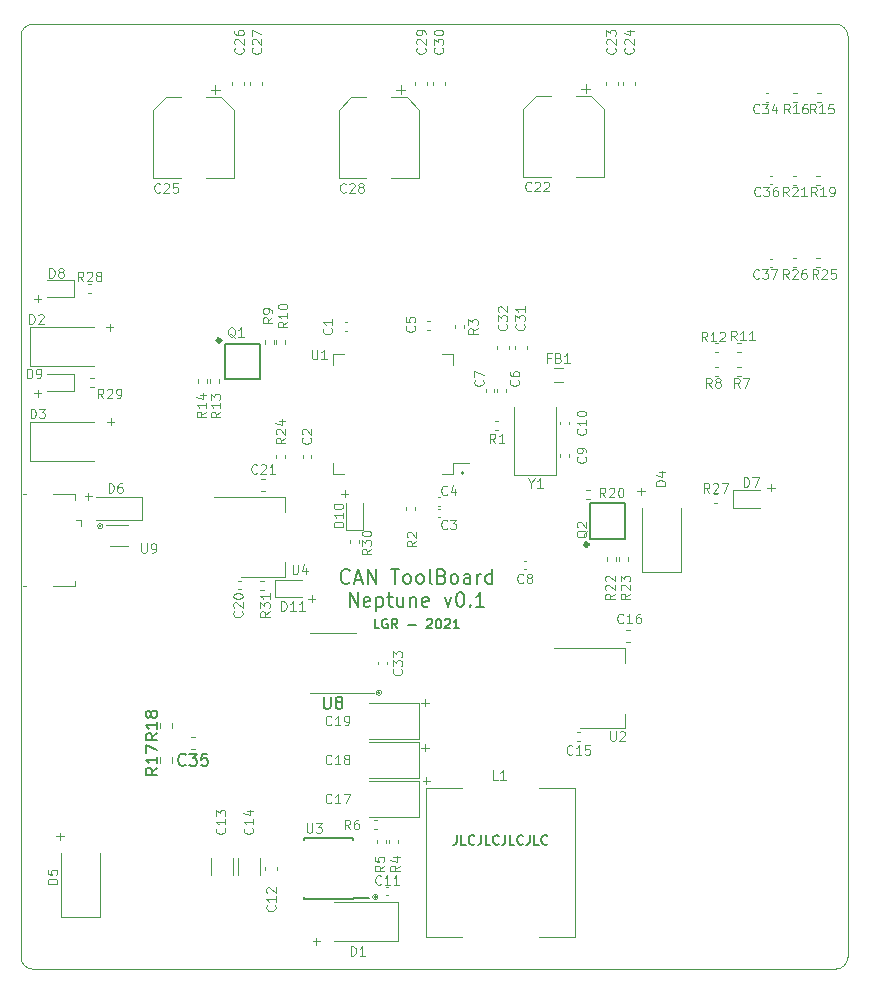
<source format=gbr>
G04 #@! TF.GenerationSoftware,KiCad,Pcbnew,5.1.5+dfsg1-2build2*
G04 #@! TF.CreationDate,2021-09-26T16:39:44+00:00*
G04 #@! TF.ProjectId,NeptuneToolboard,54726953-7465-4705-946f-6f6c626f6172,rev?*
G04 #@! TF.SameCoordinates,Original*
G04 #@! TF.FileFunction,Legend,Top*
G04 #@! TF.FilePolarity,Positive*
%FSLAX46Y46*%
G04 Gerber Fmt 4.6, Leading zero omitted, Abs format (unit mm)*
G04 Created by KiCad (PCBNEW 5.1.5+dfsg1-2build2) date 2021-09-26 16:39:44*
%MOMM*%
%LPD*%
G04 APERTURE LIST*
%ADD10C,0.150000*%
%ADD11C,0.120000*%
%ADD12C,0.100000*%
G04 #@! TA.AperFunction,Profile*
%ADD13C,0.050000*%
G04 #@! TD*
%ADD14C,0.304800*%
%ADD15C,0.127000*%
G04 APERTURE END LIST*
D10*
X169819047Y-103161904D02*
X169438095Y-103161904D01*
X169438095Y-102361904D01*
X170504761Y-102400000D02*
X170428571Y-102361904D01*
X170314285Y-102361904D01*
X170200000Y-102400000D01*
X170123809Y-102476190D01*
X170085714Y-102552380D01*
X170047619Y-102704761D01*
X170047619Y-102819047D01*
X170085714Y-102971428D01*
X170123809Y-103047619D01*
X170200000Y-103123809D01*
X170314285Y-103161904D01*
X170390476Y-103161904D01*
X170504761Y-103123809D01*
X170542857Y-103085714D01*
X170542857Y-102819047D01*
X170390476Y-102819047D01*
X171342857Y-103161904D02*
X171076190Y-102780952D01*
X170885714Y-103161904D02*
X170885714Y-102361904D01*
X171190476Y-102361904D01*
X171266666Y-102400000D01*
X171304761Y-102438095D01*
X171342857Y-102514285D01*
X171342857Y-102628571D01*
X171304761Y-102704761D01*
X171266666Y-102742857D01*
X171190476Y-102780952D01*
X170885714Y-102780952D01*
X172295238Y-102857142D02*
X172904761Y-102857142D01*
X173857142Y-102438095D02*
X173895238Y-102400000D01*
X173971428Y-102361904D01*
X174161904Y-102361904D01*
X174238095Y-102400000D01*
X174276190Y-102438095D01*
X174314285Y-102514285D01*
X174314285Y-102590476D01*
X174276190Y-102704761D01*
X173819047Y-103161904D01*
X174314285Y-103161904D01*
X174809523Y-102361904D02*
X174885714Y-102361904D01*
X174961904Y-102400000D01*
X175000000Y-102438095D01*
X175038095Y-102514285D01*
X175076190Y-102666666D01*
X175076190Y-102857142D01*
X175038095Y-103009523D01*
X175000000Y-103085714D01*
X174961904Y-103123809D01*
X174885714Y-103161904D01*
X174809523Y-103161904D01*
X174733333Y-103123809D01*
X174695238Y-103085714D01*
X174657142Y-103009523D01*
X174619047Y-102857142D01*
X174619047Y-102666666D01*
X174657142Y-102514285D01*
X174695238Y-102438095D01*
X174733333Y-102400000D01*
X174809523Y-102361904D01*
X175380952Y-102438095D02*
X175419047Y-102400000D01*
X175495238Y-102361904D01*
X175685714Y-102361904D01*
X175761904Y-102400000D01*
X175800000Y-102438095D01*
X175838095Y-102514285D01*
X175838095Y-102590476D01*
X175800000Y-102704761D01*
X175342857Y-103161904D01*
X175838095Y-103161904D01*
X176600000Y-103161904D02*
X176142857Y-103161904D01*
X176371428Y-103161904D02*
X176371428Y-102361904D01*
X176295238Y-102476190D01*
X176219047Y-102552380D01*
X176142857Y-102590476D01*
X176404761Y-120661904D02*
X176404761Y-121233333D01*
X176366666Y-121347619D01*
X176290476Y-121423809D01*
X176176190Y-121461904D01*
X176100000Y-121461904D01*
X177166666Y-121461904D02*
X176785714Y-121461904D01*
X176785714Y-120661904D01*
X177890476Y-121385714D02*
X177852380Y-121423809D01*
X177738095Y-121461904D01*
X177661904Y-121461904D01*
X177547619Y-121423809D01*
X177471428Y-121347619D01*
X177433333Y-121271428D01*
X177395238Y-121119047D01*
X177395238Y-121004761D01*
X177433333Y-120852380D01*
X177471428Y-120776190D01*
X177547619Y-120700000D01*
X177661904Y-120661904D01*
X177738095Y-120661904D01*
X177852380Y-120700000D01*
X177890476Y-120738095D01*
X178461904Y-120661904D02*
X178461904Y-121233333D01*
X178423809Y-121347619D01*
X178347619Y-121423809D01*
X178233333Y-121461904D01*
X178157142Y-121461904D01*
X179223809Y-121461904D02*
X178842857Y-121461904D01*
X178842857Y-120661904D01*
X179947619Y-121385714D02*
X179909523Y-121423809D01*
X179795238Y-121461904D01*
X179719047Y-121461904D01*
X179604761Y-121423809D01*
X179528571Y-121347619D01*
X179490476Y-121271428D01*
X179452380Y-121119047D01*
X179452380Y-121004761D01*
X179490476Y-120852380D01*
X179528571Y-120776190D01*
X179604761Y-120700000D01*
X179719047Y-120661904D01*
X179795238Y-120661904D01*
X179909523Y-120700000D01*
X179947619Y-120738095D01*
X180519047Y-120661904D02*
X180519047Y-121233333D01*
X180480952Y-121347619D01*
X180404761Y-121423809D01*
X180290476Y-121461904D01*
X180214285Y-121461904D01*
X181280952Y-121461904D02*
X180900000Y-121461904D01*
X180900000Y-120661904D01*
X182004761Y-121385714D02*
X181966666Y-121423809D01*
X181852380Y-121461904D01*
X181776190Y-121461904D01*
X181661904Y-121423809D01*
X181585714Y-121347619D01*
X181547619Y-121271428D01*
X181509523Y-121119047D01*
X181509523Y-121004761D01*
X181547619Y-120852380D01*
X181585714Y-120776190D01*
X181661904Y-120700000D01*
X181776190Y-120661904D01*
X181852380Y-120661904D01*
X181966666Y-120700000D01*
X182004761Y-120738095D01*
X182576190Y-120661904D02*
X182576190Y-121233333D01*
X182538095Y-121347619D01*
X182461904Y-121423809D01*
X182347619Y-121461904D01*
X182271428Y-121461904D01*
X183338095Y-121461904D02*
X182957142Y-121461904D01*
X182957142Y-120661904D01*
X184061904Y-121385714D02*
X184023809Y-121423809D01*
X183909523Y-121461904D01*
X183833333Y-121461904D01*
X183719047Y-121423809D01*
X183642857Y-121347619D01*
X183604761Y-121271428D01*
X183566666Y-121119047D01*
X183566666Y-121004761D01*
X183604761Y-120852380D01*
X183642857Y-120776190D01*
X183719047Y-120700000D01*
X183833333Y-120661904D01*
X183909523Y-120661904D01*
X184023809Y-120700000D01*
X184061904Y-120738095D01*
D11*
X169723607Y-125900000D02*
G75*
G03X169723607Y-125900000I-223607J0D01*
G01*
X146423607Y-94500000D02*
G75*
G03X146423607Y-94500000I-223607J0D01*
G01*
X146300000Y-94500000D02*
G75*
G03X146300000Y-94500000I-100000J0D01*
G01*
D12*
X166595238Y-91757142D02*
X167204761Y-91757142D01*
X166900000Y-92061904D02*
X166900000Y-91452380D01*
X140595238Y-83257142D02*
X141204761Y-83257142D01*
X140900000Y-83561904D02*
X140900000Y-82952380D01*
X140595238Y-75257142D02*
X141204761Y-75257142D01*
X140900000Y-75561904D02*
X140900000Y-74952380D01*
X146695238Y-77657142D02*
X147304761Y-77657142D01*
X147000000Y-77961904D02*
X147000000Y-77352380D01*
X146795238Y-85657142D02*
X147404761Y-85657142D01*
X147100000Y-85961904D02*
X147100000Y-85352380D01*
X144895238Y-91957142D02*
X145504761Y-91957142D01*
X145200000Y-92261904D02*
X145200000Y-91652380D01*
X191695238Y-91557142D02*
X192304761Y-91557142D01*
X192000000Y-91861904D02*
X192000000Y-91252380D01*
X202695238Y-91257142D02*
X203304761Y-91257142D01*
X203000000Y-91561904D02*
X203000000Y-90952380D01*
X163795238Y-100657142D02*
X164404761Y-100657142D01*
X164100000Y-100961904D02*
X164100000Y-100352380D01*
X142495238Y-120757142D02*
X143104761Y-120757142D01*
X142800000Y-121061904D02*
X142800000Y-120452380D01*
X173495238Y-116057142D02*
X174104761Y-116057142D01*
X173800000Y-116361904D02*
X173800000Y-115752380D01*
X173395238Y-113257142D02*
X174004761Y-113257142D01*
X173700000Y-113561904D02*
X173700000Y-112952380D01*
X173395238Y-109457142D02*
X174004761Y-109457142D01*
X173700000Y-109761904D02*
X173700000Y-109152380D01*
X164195238Y-129657142D02*
X164804761Y-129657142D01*
X164500000Y-129961904D02*
X164500000Y-129352380D01*
D11*
X170023607Y-108600000D02*
G75*
G03X170023607Y-108600000I-223607J0D01*
G01*
X169900000Y-108600000D02*
G75*
G03X169900000Y-108600000I-100000J0D01*
G01*
X169641421Y-125900000D02*
G75*
G03X169641421Y-125900000I-141421J0D01*
G01*
X177000000Y-90000000D02*
G75*
G03X177000000Y-90000000I-100000J0D01*
G01*
X177041421Y-90000000D02*
G75*
G03X177041421Y-90000000I-141421J0D01*
G01*
D13*
X140500000Y-132000000D02*
G75*
G02X139500000Y-131000000I0J1000000D01*
G01*
X209500000Y-131000000D02*
G75*
G02X208500000Y-132000000I-1000000J0D01*
G01*
X208500000Y-52000000D02*
G75*
G02X209500000Y-53000000I0J-1000000D01*
G01*
X139500000Y-53000000D02*
G75*
G02X140500000Y-52000000I1000000J0D01*
G01*
D10*
X167314285Y-99253571D02*
X167257142Y-99310714D01*
X167085714Y-99367857D01*
X166971428Y-99367857D01*
X166800000Y-99310714D01*
X166685714Y-99196428D01*
X166628571Y-99082142D01*
X166571428Y-98853571D01*
X166571428Y-98682142D01*
X166628571Y-98453571D01*
X166685714Y-98339285D01*
X166800000Y-98225000D01*
X166971428Y-98167857D01*
X167085714Y-98167857D01*
X167257142Y-98225000D01*
X167314285Y-98282142D01*
X167771428Y-99025000D02*
X168342857Y-99025000D01*
X167657142Y-99367857D02*
X168057142Y-98167857D01*
X168457142Y-99367857D01*
X168857142Y-99367857D02*
X168857142Y-98167857D01*
X169542857Y-99367857D01*
X169542857Y-98167857D01*
X170857142Y-98167857D02*
X171542857Y-98167857D01*
X171200000Y-99367857D02*
X171200000Y-98167857D01*
X172114285Y-99367857D02*
X172000000Y-99310714D01*
X171942857Y-99253571D01*
X171885714Y-99139285D01*
X171885714Y-98796428D01*
X171942857Y-98682142D01*
X172000000Y-98625000D01*
X172114285Y-98567857D01*
X172285714Y-98567857D01*
X172400000Y-98625000D01*
X172457142Y-98682142D01*
X172514285Y-98796428D01*
X172514285Y-99139285D01*
X172457142Y-99253571D01*
X172400000Y-99310714D01*
X172285714Y-99367857D01*
X172114285Y-99367857D01*
X173200000Y-99367857D02*
X173085714Y-99310714D01*
X173028571Y-99253571D01*
X172971428Y-99139285D01*
X172971428Y-98796428D01*
X173028571Y-98682142D01*
X173085714Y-98625000D01*
X173200000Y-98567857D01*
X173371428Y-98567857D01*
X173485714Y-98625000D01*
X173542857Y-98682142D01*
X173600000Y-98796428D01*
X173600000Y-99139285D01*
X173542857Y-99253571D01*
X173485714Y-99310714D01*
X173371428Y-99367857D01*
X173200000Y-99367857D01*
X174285714Y-99367857D02*
X174171428Y-99310714D01*
X174114285Y-99196428D01*
X174114285Y-98167857D01*
X175142857Y-98739285D02*
X175314285Y-98796428D01*
X175371428Y-98853571D01*
X175428571Y-98967857D01*
X175428571Y-99139285D01*
X175371428Y-99253571D01*
X175314285Y-99310714D01*
X175200000Y-99367857D01*
X174742857Y-99367857D01*
X174742857Y-98167857D01*
X175142857Y-98167857D01*
X175257142Y-98225000D01*
X175314285Y-98282142D01*
X175371428Y-98396428D01*
X175371428Y-98510714D01*
X175314285Y-98625000D01*
X175257142Y-98682142D01*
X175142857Y-98739285D01*
X174742857Y-98739285D01*
X176114285Y-99367857D02*
X176000000Y-99310714D01*
X175942857Y-99253571D01*
X175885714Y-99139285D01*
X175885714Y-98796428D01*
X175942857Y-98682142D01*
X176000000Y-98625000D01*
X176114285Y-98567857D01*
X176285714Y-98567857D01*
X176400000Y-98625000D01*
X176457142Y-98682142D01*
X176514285Y-98796428D01*
X176514285Y-99139285D01*
X176457142Y-99253571D01*
X176400000Y-99310714D01*
X176285714Y-99367857D01*
X176114285Y-99367857D01*
X177542857Y-99367857D02*
X177542857Y-98739285D01*
X177485714Y-98625000D01*
X177371428Y-98567857D01*
X177142857Y-98567857D01*
X177028571Y-98625000D01*
X177542857Y-99310714D02*
X177428571Y-99367857D01*
X177142857Y-99367857D01*
X177028571Y-99310714D01*
X176971428Y-99196428D01*
X176971428Y-99082142D01*
X177028571Y-98967857D01*
X177142857Y-98910714D01*
X177428571Y-98910714D01*
X177542857Y-98853571D01*
X178114285Y-99367857D02*
X178114285Y-98567857D01*
X178114285Y-98796428D02*
X178171428Y-98682142D01*
X178228571Y-98625000D01*
X178342857Y-98567857D01*
X178457142Y-98567857D01*
X179371428Y-99367857D02*
X179371428Y-98167857D01*
X179371428Y-99310714D02*
X179257142Y-99367857D01*
X179028571Y-99367857D01*
X178914285Y-99310714D01*
X178857142Y-99253571D01*
X178800000Y-99139285D01*
X178800000Y-98796428D01*
X178857142Y-98682142D01*
X178914285Y-98625000D01*
X179028571Y-98567857D01*
X179257142Y-98567857D01*
X179371428Y-98625000D01*
X167314285Y-101317857D02*
X167314285Y-100117857D01*
X168000000Y-101317857D01*
X168000000Y-100117857D01*
X169028571Y-101260714D02*
X168914285Y-101317857D01*
X168685714Y-101317857D01*
X168571428Y-101260714D01*
X168514285Y-101146428D01*
X168514285Y-100689285D01*
X168571428Y-100575000D01*
X168685714Y-100517857D01*
X168914285Y-100517857D01*
X169028571Y-100575000D01*
X169085714Y-100689285D01*
X169085714Y-100803571D01*
X168514285Y-100917857D01*
X169600000Y-100517857D02*
X169600000Y-101717857D01*
X169600000Y-100575000D02*
X169714285Y-100517857D01*
X169942857Y-100517857D01*
X170057142Y-100575000D01*
X170114285Y-100632142D01*
X170171428Y-100746428D01*
X170171428Y-101089285D01*
X170114285Y-101203571D01*
X170057142Y-101260714D01*
X169942857Y-101317857D01*
X169714285Y-101317857D01*
X169600000Y-101260714D01*
X170514285Y-100517857D02*
X170971428Y-100517857D01*
X170685714Y-100117857D02*
X170685714Y-101146428D01*
X170742857Y-101260714D01*
X170857142Y-101317857D01*
X170971428Y-101317857D01*
X171885714Y-100517857D02*
X171885714Y-101317857D01*
X171371428Y-100517857D02*
X171371428Y-101146428D01*
X171428571Y-101260714D01*
X171542857Y-101317857D01*
X171714285Y-101317857D01*
X171828571Y-101260714D01*
X171885714Y-101203571D01*
X172457142Y-100517857D02*
X172457142Y-101317857D01*
X172457142Y-100632142D02*
X172514285Y-100575000D01*
X172628571Y-100517857D01*
X172800000Y-100517857D01*
X172914285Y-100575000D01*
X172971428Y-100689285D01*
X172971428Y-101317857D01*
X174000000Y-101260714D02*
X173885714Y-101317857D01*
X173657142Y-101317857D01*
X173542857Y-101260714D01*
X173485714Y-101146428D01*
X173485714Y-100689285D01*
X173542857Y-100575000D01*
X173657142Y-100517857D01*
X173885714Y-100517857D01*
X174000000Y-100575000D01*
X174057142Y-100689285D01*
X174057142Y-100803571D01*
X173485714Y-100917857D01*
X175371428Y-100517857D02*
X175657142Y-101317857D01*
X175942857Y-100517857D01*
X176628571Y-100117857D02*
X176742857Y-100117857D01*
X176857142Y-100175000D01*
X176914285Y-100232142D01*
X176971428Y-100346428D01*
X177028571Y-100575000D01*
X177028571Y-100860714D01*
X176971428Y-101089285D01*
X176914285Y-101203571D01*
X176857142Y-101260714D01*
X176742857Y-101317857D01*
X176628571Y-101317857D01*
X176514285Y-101260714D01*
X176457142Y-101203571D01*
X176400000Y-101089285D01*
X176342857Y-100860714D01*
X176342857Y-100575000D01*
X176400000Y-100346428D01*
X176457142Y-100232142D01*
X176514285Y-100175000D01*
X176628571Y-100117857D01*
X177542857Y-101203571D02*
X177600000Y-101260714D01*
X177542857Y-101317857D01*
X177485714Y-101260714D01*
X177542857Y-101203571D01*
X177542857Y-101317857D01*
X178742857Y-101317857D02*
X178057142Y-101317857D01*
X178400000Y-101317857D02*
X178400000Y-100117857D01*
X178285714Y-100289285D01*
X178171428Y-100403571D01*
X178057142Y-100460714D01*
D13*
X140500000Y-52000000D02*
X208500000Y-52000000D01*
X139500000Y-131000000D02*
X139500000Y-53000000D01*
X208500000Y-132000000D02*
X140500000Y-132000000D01*
X209500000Y-53000000D02*
X209500000Y-131000000D01*
D11*
G04 #@! TO.C,U8*
X165900000Y-103540000D02*
X163950000Y-103540000D01*
X165900000Y-103540000D02*
X167850000Y-103540000D01*
X165900000Y-108660000D02*
X163950000Y-108660000D01*
X165900000Y-108660000D02*
X169350000Y-108660000D01*
G04 #@! TO.C,R18*
X151277500Y-111612258D02*
X151277500Y-111137742D01*
X152322500Y-111612258D02*
X152322500Y-111137742D01*
G04 #@! TO.C,R17*
X151277500Y-114562258D02*
X151277500Y-114087742D01*
X152322500Y-114562258D02*
X152322500Y-114087742D01*
G04 #@! TO.C,C35*
X154215580Y-112390000D02*
X153934420Y-112390000D01*
X154215580Y-113410000D02*
X153934420Y-113410000D01*
G04 #@! TO.C,C18*
X173210000Y-112790000D02*
X169000000Y-112790000D01*
X173210000Y-115810000D02*
X173210000Y-112790000D01*
X169000000Y-115810000D02*
X173210000Y-115810000D01*
G04 #@! TO.C,U1*
X176110000Y-89160000D02*
X177450000Y-89160000D01*
X176110000Y-90110000D02*
X176110000Y-89160000D01*
X175160000Y-90110000D02*
X176110000Y-90110000D01*
X165890000Y-90110000D02*
X165890000Y-89160000D01*
X166840000Y-90110000D02*
X165890000Y-90110000D01*
X176110000Y-79890000D02*
X176110000Y-80840000D01*
X175160000Y-79890000D02*
X176110000Y-79890000D01*
X165890000Y-79890000D02*
X165890000Y-80840000D01*
X166840000Y-79890000D02*
X165890000Y-79890000D01*
G04 #@! TO.C,R26*
X204846359Y-71820000D02*
X205153641Y-71820000D01*
X204846359Y-72580000D02*
X205153641Y-72580000D01*
G04 #@! TO.C,R25*
X207153641Y-72580000D02*
X206846359Y-72580000D01*
X207153641Y-71820000D02*
X206846359Y-71820000D01*
G04 #@! TO.C,C37*
X203107836Y-72560000D02*
X202892164Y-72560000D01*
X203107836Y-71840000D02*
X202892164Y-71840000D01*
G04 #@! TO.C,C9*
X185860000Y-88607836D02*
X185860000Y-88392164D01*
X185140000Y-88607836D02*
X185140000Y-88392164D01*
G04 #@! TO.C,C10*
X185860000Y-85642164D02*
X185860000Y-85857836D01*
X185140000Y-85642164D02*
X185140000Y-85857836D01*
G04 #@! TO.C,C1*
X166892164Y-77960000D02*
X167107836Y-77960000D01*
X166892164Y-77240000D02*
X167107836Y-77240000D01*
G04 #@! TO.C,C2*
X163340000Y-88707836D02*
X163340000Y-88492164D01*
X164060000Y-88707836D02*
X164060000Y-88492164D01*
G04 #@! TO.C,C3*
X174987836Y-93040000D02*
X174772164Y-93040000D01*
X174987836Y-93760000D02*
X174772164Y-93760000D01*
G04 #@! TO.C,C4*
X174987836Y-92040000D02*
X174772164Y-92040000D01*
X174987836Y-92760000D02*
X174772164Y-92760000D01*
G04 #@! TO.C,C5*
X173892164Y-77140000D02*
X174107836Y-77140000D01*
X173892164Y-77860000D02*
X174107836Y-77860000D01*
G04 #@! TO.C,C6*
X179840000Y-82892164D02*
X179840000Y-83107836D01*
X180560000Y-82892164D02*
X180560000Y-83107836D01*
G04 #@! TO.C,C7*
X179560000Y-82892164D02*
X179560000Y-83107836D01*
X178840000Y-82892164D02*
X178840000Y-83107836D01*
G04 #@! TO.C,C8*
X182267836Y-97440000D02*
X182052164Y-97440000D01*
X182267836Y-98160000D02*
X182052164Y-98160000D01*
G04 #@! TO.C,C12*
X161210000Y-123640580D02*
X161210000Y-123359420D01*
X160190000Y-123640580D02*
X160190000Y-123359420D01*
G04 #@! TO.C,C13*
X157410000Y-124011252D02*
X157410000Y-122588748D01*
X155590000Y-124011252D02*
X155590000Y-122588748D01*
G04 #@! TO.C,C14*
X157890000Y-124011252D02*
X157890000Y-122588748D01*
X159710000Y-124011252D02*
X159710000Y-122588748D01*
G04 #@! TO.C,C11*
X170392164Y-125760000D02*
X170607836Y-125760000D01*
X170392164Y-125040000D02*
X170607836Y-125040000D01*
G04 #@! TO.C,C17*
X173210000Y-116090000D02*
X169000000Y-116090000D01*
X173210000Y-119110000D02*
X173210000Y-116090000D01*
X169000000Y-119110000D02*
X173210000Y-119110000D01*
G04 #@! TO.C,C19*
X173210000Y-109490000D02*
X169000000Y-109490000D01*
X173210000Y-112510000D02*
X173210000Y-109490000D01*
X169000000Y-112510000D02*
X173210000Y-112510000D01*
G04 #@! TO.C,C15*
X186592164Y-111940000D02*
X186807836Y-111940000D01*
X186592164Y-112660000D02*
X186807836Y-112660000D01*
G04 #@! TO.C,C20*
X157892164Y-99140000D02*
X158107836Y-99140000D01*
X157892164Y-99860000D02*
X158107836Y-99860000D01*
G04 #@! TO.C,C16*
X191040580Y-104310000D02*
X190759420Y-104310000D01*
X191040580Y-103290000D02*
X190759420Y-103290000D01*
G04 #@! TO.C,C21*
X160140580Y-91510000D02*
X159859420Y-91510000D01*
X160140580Y-90490000D02*
X159859420Y-90490000D01*
G04 #@! TO.C,C25*
X150690000Y-65010000D02*
X153040000Y-65010000D01*
X157510000Y-65010000D02*
X155160000Y-65010000D01*
X157510000Y-59254437D02*
X157510000Y-65010000D01*
X150690000Y-59254437D02*
X150690000Y-65010000D01*
X151754437Y-58190000D02*
X153040000Y-58190000D01*
X156445563Y-58190000D02*
X155160000Y-58190000D01*
X156445563Y-58190000D02*
X157510000Y-59254437D01*
X151754437Y-58190000D02*
X150690000Y-59254437D01*
X155947500Y-57162500D02*
X155947500Y-57950000D01*
X156341250Y-57556250D02*
X155553750Y-57556250D01*
G04 #@! TO.C,C26*
X157390000Y-56884420D02*
X157390000Y-57165580D01*
X158410000Y-56884420D02*
X158410000Y-57165580D01*
G04 #@! TO.C,C27*
X158890000Y-56859420D02*
X158890000Y-57140580D01*
X159910000Y-56859420D02*
X159910000Y-57140580D01*
G04 #@! TO.C,C28*
X172041250Y-57556250D02*
X171253750Y-57556250D01*
X171647500Y-57162500D02*
X171647500Y-57950000D01*
X167454437Y-58190000D02*
X166390000Y-59254437D01*
X172145563Y-58190000D02*
X173210000Y-59254437D01*
X172145563Y-58190000D02*
X170860000Y-58190000D01*
X167454437Y-58190000D02*
X168740000Y-58190000D01*
X166390000Y-59254437D02*
X166390000Y-65010000D01*
X173210000Y-59254437D02*
X173210000Y-65010000D01*
X173210000Y-65010000D02*
X170860000Y-65010000D01*
X166390000Y-65010000D02*
X168740000Y-65010000D01*
G04 #@! TO.C,C29*
X173910000Y-56859420D02*
X173910000Y-57140580D01*
X172890000Y-56859420D02*
X172890000Y-57140580D01*
G04 #@! TO.C,C30*
X174390000Y-56859420D02*
X174390000Y-57140580D01*
X175410000Y-56859420D02*
X175410000Y-57140580D01*
G04 #@! TO.C,C22*
X187691250Y-57456250D02*
X186903750Y-57456250D01*
X187297500Y-57062500D02*
X187297500Y-57850000D01*
X183104437Y-58090000D02*
X182040000Y-59154437D01*
X187795563Y-58090000D02*
X188860000Y-59154437D01*
X187795563Y-58090000D02*
X186510000Y-58090000D01*
X183104437Y-58090000D02*
X184390000Y-58090000D01*
X182040000Y-59154437D02*
X182040000Y-64910000D01*
X188860000Y-59154437D02*
X188860000Y-64910000D01*
X188860000Y-64910000D02*
X186510000Y-64910000D01*
X182040000Y-64910000D02*
X184390000Y-64910000D01*
G04 #@! TO.C,C23*
X190010000Y-56859420D02*
X190010000Y-57140580D01*
X188990000Y-56859420D02*
X188990000Y-57140580D01*
G04 #@! TO.C,C24*
X190490000Y-56859420D02*
X190490000Y-57140580D01*
X191510000Y-56859420D02*
X191510000Y-57140580D01*
G04 #@! TO.C,C36*
X203107836Y-65560000D02*
X202892164Y-65560000D01*
X203107836Y-64840000D02*
X202892164Y-64840000D01*
G04 #@! TO.C,C34*
X202757836Y-57840000D02*
X202542164Y-57840000D01*
X202757836Y-58560000D02*
X202542164Y-58560000D01*
G04 #@! TO.C,C31*
X182310000Y-79540580D02*
X182310000Y-79259420D01*
X181290000Y-79540580D02*
X181290000Y-79259420D01*
G04 #@! TO.C,C32*
X179790000Y-79540580D02*
X179790000Y-79259420D01*
X180810000Y-79540580D02*
X180810000Y-79259420D01*
G04 #@! TO.C,C33*
X170460000Y-105992164D02*
X170460000Y-106207836D01*
X169740000Y-105992164D02*
X169740000Y-106207836D01*
G04 #@! TO.C,D1*
X171400000Y-129650000D02*
X166000000Y-129650000D01*
X171400000Y-126350000D02*
X166000000Y-126350000D01*
X171400000Y-129650000D02*
X171400000Y-126350000D01*
G04 #@! TO.C,D7*
X199815000Y-92935000D02*
X202100000Y-92935000D01*
X199815000Y-91465000D02*
X199815000Y-92935000D01*
X202100000Y-91465000D02*
X199815000Y-91465000D01*
G04 #@! TO.C,D8*
X141700000Y-75135000D02*
X143985000Y-75135000D01*
X143985000Y-75135000D02*
X143985000Y-73665000D01*
X143985000Y-73665000D02*
X141700000Y-73665000D01*
G04 #@! TO.C,D9*
X143985000Y-81615000D02*
X141700000Y-81615000D01*
X143985000Y-83085000D02*
X143985000Y-81615000D01*
X141700000Y-83085000D02*
X143985000Y-83085000D01*
G04 #@! TO.C,D10*
X168485000Y-94785000D02*
X168485000Y-92500000D01*
X167015000Y-94785000D02*
X168485000Y-94785000D01*
X167015000Y-92500000D02*
X167015000Y-94785000D01*
G04 #@! TO.C,D2*
X140300000Y-77650000D02*
X145700000Y-77650000D01*
X140300000Y-80950000D02*
X145700000Y-80950000D01*
X140300000Y-77650000D02*
X140300000Y-80950000D01*
G04 #@! TO.C,D3*
X140300000Y-85650000D02*
X140300000Y-88950000D01*
X140300000Y-88950000D02*
X145700000Y-88950000D01*
X140300000Y-85650000D02*
X145700000Y-85650000D01*
G04 #@! TO.C,D4*
X192050000Y-98400000D02*
X192050000Y-93000000D01*
X195350000Y-98400000D02*
X195350000Y-93000000D01*
X192050000Y-98400000D02*
X195350000Y-98400000D01*
G04 #@! TO.C,D11*
X163300000Y-99065000D02*
X161015000Y-99065000D01*
X161015000Y-99065000D02*
X161015000Y-100535000D01*
X161015000Y-100535000D02*
X163300000Y-100535000D01*
G04 #@! TO.C,D5*
X142850000Y-127600000D02*
X146150000Y-127600000D01*
X146150000Y-127600000D02*
X146150000Y-122200000D01*
X142850000Y-127600000D02*
X142850000Y-122200000D01*
G04 #@! TO.C,D6*
X149750000Y-94000000D02*
X145850000Y-94000000D01*
X149750000Y-92000000D02*
X145850000Y-92000000D01*
X149750000Y-94000000D02*
X149750000Y-92000000D01*
G04 #@! TO.C,FB1*
X185399622Y-81140000D02*
X184600378Y-81140000D01*
X185399622Y-82260000D02*
X184600378Y-82260000D01*
G04 #@! TO.C,J14*
X144612500Y-94000000D02*
X144162500Y-94000000D01*
X144612500Y-94000000D02*
X144612500Y-94450000D01*
X144062500Y-99600000D02*
X144062500Y-99150000D01*
X142212500Y-99600000D02*
X144062500Y-99600000D01*
X139662500Y-91800000D02*
X139912500Y-91800000D01*
X139662500Y-99600000D02*
X139912500Y-99600000D01*
X142212500Y-91800000D02*
X144062500Y-91800000D01*
X144062500Y-91800000D02*
X144062500Y-92250000D01*
G04 #@! TO.C,L1*
X173800000Y-116700000D02*
X176800000Y-116700000D01*
X173800000Y-129300000D02*
X173800000Y-116700000D01*
X176800000Y-129300000D02*
X173800000Y-129300000D01*
X186400000Y-129300000D02*
X183400000Y-129300000D01*
X186400000Y-116700000D02*
X186400000Y-129300000D01*
X183400000Y-116700000D02*
X186400000Y-116700000D01*
D14*
G04 #@! TO.C,Q1*
X156402500Y-78772500D02*
G75*
G03X156402500Y-78772500I-150000J0D01*
G01*
D15*
X156752500Y-82072500D02*
X159752500Y-82072500D01*
X159752500Y-82072500D02*
X159752500Y-79072500D01*
X159752500Y-79072500D02*
X156752500Y-79072500D01*
X156752500Y-79072500D02*
X156752500Y-82072500D01*
G04 #@! TO.C,Q2*
X187672500Y-95547500D02*
X190672500Y-95547500D01*
X187672500Y-92547500D02*
X187672500Y-95547500D01*
X190672500Y-92547500D02*
X187672500Y-92547500D01*
X190672500Y-95547500D02*
X190672500Y-92547500D01*
D14*
X187522500Y-96047500D02*
G75*
G03X187522500Y-96047500I-150000J0D01*
G01*
D11*
G04 #@! TO.C,R1*
X179596359Y-85620000D02*
X179903641Y-85620000D01*
X179596359Y-86380000D02*
X179903641Y-86380000D01*
G04 #@! TO.C,R2*
X172880000Y-92846359D02*
X172880000Y-93153641D01*
X172120000Y-92846359D02*
X172120000Y-93153641D01*
G04 #@! TO.C,R3*
X177030000Y-77753641D02*
X177030000Y-77446359D01*
X176270000Y-77753641D02*
X176270000Y-77446359D01*
G04 #@! TO.C,R4*
X171380000Y-121046359D02*
X171380000Y-121353641D01*
X170620000Y-121046359D02*
X170620000Y-121353641D01*
G04 #@! TO.C,R5*
X170380000Y-121353641D02*
X170380000Y-121046359D01*
X169620000Y-121353641D02*
X169620000Y-121046359D01*
G04 #@! TO.C,R6*
X169653641Y-119420000D02*
X169346359Y-119420000D01*
X169653641Y-120180000D02*
X169346359Y-120180000D01*
G04 #@! TO.C,R7*
X200453641Y-81780000D02*
X200146359Y-81780000D01*
X200453641Y-81020000D02*
X200146359Y-81020000D01*
G04 #@! TO.C,R11*
X200453641Y-79020000D02*
X200146359Y-79020000D01*
X200453641Y-79780000D02*
X200146359Y-79780000D01*
G04 #@! TO.C,R19*
X207153641Y-65580000D02*
X206846359Y-65580000D01*
X207153641Y-64820000D02*
X206846359Y-64820000D01*
G04 #@! TO.C,R15*
X207193641Y-57820000D02*
X206886359Y-57820000D01*
X207193641Y-58580000D02*
X206886359Y-58580000D01*
G04 #@! TO.C,R21*
X204846359Y-65580000D02*
X205153641Y-65580000D01*
X204846359Y-64820000D02*
X205153641Y-64820000D01*
G04 #@! TO.C,R16*
X204896359Y-58580000D02*
X205203641Y-58580000D01*
X204896359Y-57820000D02*
X205203641Y-57820000D01*
G04 #@! TO.C,R8*
X198246359Y-81020000D02*
X198553641Y-81020000D01*
X198246359Y-81780000D02*
X198553641Y-81780000D01*
G04 #@! TO.C,R12*
X198246359Y-79780000D02*
X198553641Y-79780000D01*
X198246359Y-79020000D02*
X198553641Y-79020000D01*
G04 #@! TO.C,R27*
X198453641Y-91820000D02*
X198146359Y-91820000D01*
X198453641Y-92580000D02*
X198146359Y-92580000D01*
G04 #@! TO.C,R28*
X145156359Y-74780000D02*
X145463641Y-74780000D01*
X145156359Y-74020000D02*
X145463641Y-74020000D01*
G04 #@! TO.C,R22*
X189880000Y-97453641D02*
X189880000Y-97146359D01*
X189120000Y-97453641D02*
X189120000Y-97146359D01*
G04 #@! TO.C,R10*
X161880000Y-79053641D02*
X161880000Y-78746359D01*
X161120000Y-79053641D02*
X161120000Y-78746359D01*
G04 #@! TO.C,R14*
X154520000Y-82046359D02*
X154520000Y-82353641D01*
X155280000Y-82046359D02*
X155280000Y-82353641D01*
G04 #@! TO.C,R29*
X145346359Y-82730000D02*
X145653641Y-82730000D01*
X145346359Y-81970000D02*
X145653641Y-81970000D01*
G04 #@! TO.C,R9*
X160120000Y-79053641D02*
X160120000Y-78746359D01*
X160880000Y-79053641D02*
X160880000Y-78746359D01*
G04 #@! TO.C,R13*
X156280000Y-82056359D02*
X156280000Y-82363641D01*
X155520000Y-82056359D02*
X155520000Y-82363641D01*
G04 #@! TO.C,R20*
X187653641Y-92180000D02*
X187346359Y-92180000D01*
X187653641Y-91420000D02*
X187346359Y-91420000D01*
G04 #@! TO.C,R30*
X168080000Y-95646359D02*
X168080000Y-95953641D01*
X167320000Y-95646359D02*
X167320000Y-95953641D01*
G04 #@! TO.C,R31*
X160053641Y-99880000D02*
X159746359Y-99880000D01*
X160053641Y-99120000D02*
X159746359Y-99120000D01*
G04 #@! TO.C,R23*
X190880000Y-97146359D02*
X190880000Y-97453641D01*
X190120000Y-97146359D02*
X190120000Y-97453641D01*
G04 #@! TO.C,R24*
X161120000Y-88763641D02*
X161120000Y-88456359D01*
X161880000Y-88763641D02*
X161880000Y-88456359D01*
D10*
G04 #@! TO.C,U3*
X167575000Y-126025000D02*
X168975000Y-126025000D01*
X167575000Y-120925000D02*
X163425000Y-120925000D01*
X167575000Y-126075000D02*
X163425000Y-126075000D01*
X167575000Y-120925000D02*
X167575000Y-121070000D01*
X163425000Y-120925000D02*
X163425000Y-121070000D01*
X163425000Y-126075000D02*
X163425000Y-125930000D01*
X167575000Y-126075000D02*
X167575000Y-126025000D01*
D11*
G04 #@! TO.C,U2*
X184595001Y-104805001D02*
X190605001Y-104805001D01*
X186845001Y-111625001D02*
X190605001Y-111625001D01*
X190605001Y-104805001D02*
X190605001Y-106065001D01*
X190605001Y-111625001D02*
X190605001Y-110365001D01*
G04 #@! TO.C,U4*
X161855001Y-98825001D02*
X161855001Y-97565001D01*
X161855001Y-92005001D02*
X161855001Y-93265001D01*
X158095001Y-98825001D02*
X161855001Y-98825001D01*
X155845001Y-92005001D02*
X161855001Y-92005001D01*
G04 #@! TO.C,U9*
X147000000Y-96200000D02*
X148600000Y-96200000D01*
X148600000Y-94400000D02*
X146700000Y-94400000D01*
G04 #@! TO.C,Y1*
X184800000Y-90200000D02*
X184800000Y-84450000D01*
X181200000Y-90200000D02*
X184800000Y-90200000D01*
X181200000Y-84450000D02*
X181200000Y-90200000D01*
G04 #@! TD*
G04 #@! TO.C,U8*
D10*
X165138095Y-108952380D02*
X165138095Y-109761904D01*
X165185714Y-109857142D01*
X165233333Y-109904761D01*
X165328571Y-109952380D01*
X165519047Y-109952380D01*
X165614285Y-109904761D01*
X165661904Y-109857142D01*
X165709523Y-109761904D01*
X165709523Y-108952380D01*
X166328571Y-109380952D02*
X166233333Y-109333333D01*
X166185714Y-109285714D01*
X166138095Y-109190476D01*
X166138095Y-109142857D01*
X166185714Y-109047619D01*
X166233333Y-109000000D01*
X166328571Y-108952380D01*
X166519047Y-108952380D01*
X166614285Y-109000000D01*
X166661904Y-109047619D01*
X166709523Y-109142857D01*
X166709523Y-109190476D01*
X166661904Y-109285714D01*
X166614285Y-109333333D01*
X166519047Y-109380952D01*
X166328571Y-109380952D01*
X166233333Y-109428571D01*
X166185714Y-109476190D01*
X166138095Y-109571428D01*
X166138095Y-109761904D01*
X166185714Y-109857142D01*
X166233333Y-109904761D01*
X166328571Y-109952380D01*
X166519047Y-109952380D01*
X166614285Y-109904761D01*
X166661904Y-109857142D01*
X166709523Y-109761904D01*
X166709523Y-109571428D01*
X166661904Y-109476190D01*
X166614285Y-109428571D01*
X166519047Y-109380952D01*
G04 #@! TO.C,R18*
X151052380Y-112042857D02*
X150576190Y-112376190D01*
X151052380Y-112614285D02*
X150052380Y-112614285D01*
X150052380Y-112233333D01*
X150100000Y-112138095D01*
X150147619Y-112090476D01*
X150242857Y-112042857D01*
X150385714Y-112042857D01*
X150480952Y-112090476D01*
X150528571Y-112138095D01*
X150576190Y-112233333D01*
X150576190Y-112614285D01*
X151052380Y-111090476D02*
X151052380Y-111661904D01*
X151052380Y-111376190D02*
X150052380Y-111376190D01*
X150195238Y-111471428D01*
X150290476Y-111566666D01*
X150338095Y-111661904D01*
X150480952Y-110519047D02*
X150433333Y-110614285D01*
X150385714Y-110661904D01*
X150290476Y-110709523D01*
X150242857Y-110709523D01*
X150147619Y-110661904D01*
X150100000Y-110614285D01*
X150052380Y-110519047D01*
X150052380Y-110328571D01*
X150100000Y-110233333D01*
X150147619Y-110185714D01*
X150242857Y-110138095D01*
X150290476Y-110138095D01*
X150385714Y-110185714D01*
X150433333Y-110233333D01*
X150480952Y-110328571D01*
X150480952Y-110519047D01*
X150528571Y-110614285D01*
X150576190Y-110661904D01*
X150671428Y-110709523D01*
X150861904Y-110709523D01*
X150957142Y-110661904D01*
X151004761Y-110614285D01*
X151052380Y-110519047D01*
X151052380Y-110328571D01*
X151004761Y-110233333D01*
X150957142Y-110185714D01*
X150861904Y-110138095D01*
X150671428Y-110138095D01*
X150576190Y-110185714D01*
X150528571Y-110233333D01*
X150480952Y-110328571D01*
G04 #@! TO.C,R17*
X151052380Y-114967857D02*
X150576190Y-115301190D01*
X151052380Y-115539285D02*
X150052380Y-115539285D01*
X150052380Y-115158333D01*
X150100000Y-115063095D01*
X150147619Y-115015476D01*
X150242857Y-114967857D01*
X150385714Y-114967857D01*
X150480952Y-115015476D01*
X150528571Y-115063095D01*
X150576190Y-115158333D01*
X150576190Y-115539285D01*
X151052380Y-114015476D02*
X151052380Y-114586904D01*
X151052380Y-114301190D02*
X150052380Y-114301190D01*
X150195238Y-114396428D01*
X150290476Y-114491666D01*
X150338095Y-114586904D01*
X150052380Y-113682142D02*
X150052380Y-113015476D01*
X151052380Y-113444047D01*
G04 #@! TO.C,C35*
X153432142Y-114687142D02*
X153384523Y-114734761D01*
X153241666Y-114782380D01*
X153146428Y-114782380D01*
X153003571Y-114734761D01*
X152908333Y-114639523D01*
X152860714Y-114544285D01*
X152813095Y-114353809D01*
X152813095Y-114210952D01*
X152860714Y-114020476D01*
X152908333Y-113925238D01*
X153003571Y-113830000D01*
X153146428Y-113782380D01*
X153241666Y-113782380D01*
X153384523Y-113830000D01*
X153432142Y-113877619D01*
X153765476Y-113782380D02*
X154384523Y-113782380D01*
X154051190Y-114163333D01*
X154194047Y-114163333D01*
X154289285Y-114210952D01*
X154336904Y-114258571D01*
X154384523Y-114353809D01*
X154384523Y-114591904D01*
X154336904Y-114687142D01*
X154289285Y-114734761D01*
X154194047Y-114782380D01*
X153908333Y-114782380D01*
X153813095Y-114734761D01*
X153765476Y-114687142D01*
X155289285Y-113782380D02*
X154813095Y-113782380D01*
X154765476Y-114258571D01*
X154813095Y-114210952D01*
X154908333Y-114163333D01*
X155146428Y-114163333D01*
X155241666Y-114210952D01*
X155289285Y-114258571D01*
X155336904Y-114353809D01*
X155336904Y-114591904D01*
X155289285Y-114687142D01*
X155241666Y-114734761D01*
X155146428Y-114782380D01*
X154908333Y-114782380D01*
X154813095Y-114734761D01*
X154765476Y-114687142D01*
G04 #@! TO.C,C18*
D12*
X165785714Y-114585714D02*
X165747619Y-114623809D01*
X165633333Y-114661904D01*
X165557142Y-114661904D01*
X165442857Y-114623809D01*
X165366666Y-114547619D01*
X165328571Y-114471428D01*
X165290476Y-114319047D01*
X165290476Y-114204761D01*
X165328571Y-114052380D01*
X165366666Y-113976190D01*
X165442857Y-113900000D01*
X165557142Y-113861904D01*
X165633333Y-113861904D01*
X165747619Y-113900000D01*
X165785714Y-113938095D01*
X166547619Y-114661904D02*
X166090476Y-114661904D01*
X166319047Y-114661904D02*
X166319047Y-113861904D01*
X166242857Y-113976190D01*
X166166666Y-114052380D01*
X166090476Y-114090476D01*
X167004761Y-114204761D02*
X166928571Y-114166666D01*
X166890476Y-114128571D01*
X166852380Y-114052380D01*
X166852380Y-114014285D01*
X166890476Y-113938095D01*
X166928571Y-113900000D01*
X167004761Y-113861904D01*
X167157142Y-113861904D01*
X167233333Y-113900000D01*
X167271428Y-113938095D01*
X167309523Y-114014285D01*
X167309523Y-114052380D01*
X167271428Y-114128571D01*
X167233333Y-114166666D01*
X167157142Y-114204761D01*
X167004761Y-114204761D01*
X166928571Y-114242857D01*
X166890476Y-114280952D01*
X166852380Y-114357142D01*
X166852380Y-114509523D01*
X166890476Y-114585714D01*
X166928571Y-114623809D01*
X167004761Y-114661904D01*
X167157142Y-114661904D01*
X167233333Y-114623809D01*
X167271428Y-114585714D01*
X167309523Y-114509523D01*
X167309523Y-114357142D01*
X167271428Y-114280952D01*
X167233333Y-114242857D01*
X167157142Y-114204761D01*
G04 #@! TO.C,U1*
X164140476Y-79561904D02*
X164140476Y-80209523D01*
X164178571Y-80285714D01*
X164216666Y-80323809D01*
X164292857Y-80361904D01*
X164445238Y-80361904D01*
X164521428Y-80323809D01*
X164559523Y-80285714D01*
X164597619Y-80209523D01*
X164597619Y-79561904D01*
X165397619Y-80361904D02*
X164940476Y-80361904D01*
X165169047Y-80361904D02*
X165169047Y-79561904D01*
X165092857Y-79676190D01*
X165016666Y-79752380D01*
X164940476Y-79790476D01*
G04 #@! TO.C,R26*
X204485714Y-73561904D02*
X204219047Y-73180952D01*
X204028571Y-73561904D02*
X204028571Y-72761904D01*
X204333333Y-72761904D01*
X204409523Y-72800000D01*
X204447619Y-72838095D01*
X204485714Y-72914285D01*
X204485714Y-73028571D01*
X204447619Y-73104761D01*
X204409523Y-73142857D01*
X204333333Y-73180952D01*
X204028571Y-73180952D01*
X204790476Y-72838095D02*
X204828571Y-72800000D01*
X204904761Y-72761904D01*
X205095238Y-72761904D01*
X205171428Y-72800000D01*
X205209523Y-72838095D01*
X205247619Y-72914285D01*
X205247619Y-72990476D01*
X205209523Y-73104761D01*
X204752380Y-73561904D01*
X205247619Y-73561904D01*
X205933333Y-72761904D02*
X205780952Y-72761904D01*
X205704761Y-72800000D01*
X205666666Y-72838095D01*
X205590476Y-72952380D01*
X205552380Y-73104761D01*
X205552380Y-73409523D01*
X205590476Y-73485714D01*
X205628571Y-73523809D01*
X205704761Y-73561904D01*
X205857142Y-73561904D01*
X205933333Y-73523809D01*
X205971428Y-73485714D01*
X206009523Y-73409523D01*
X206009523Y-73219047D01*
X205971428Y-73142857D01*
X205933333Y-73104761D01*
X205857142Y-73066666D01*
X205704761Y-73066666D01*
X205628571Y-73104761D01*
X205590476Y-73142857D01*
X205552380Y-73219047D01*
G04 #@! TO.C,R25*
X206985714Y-73561904D02*
X206719047Y-73180952D01*
X206528571Y-73561904D02*
X206528571Y-72761904D01*
X206833333Y-72761904D01*
X206909523Y-72800000D01*
X206947619Y-72838095D01*
X206985714Y-72914285D01*
X206985714Y-73028571D01*
X206947619Y-73104761D01*
X206909523Y-73142857D01*
X206833333Y-73180952D01*
X206528571Y-73180952D01*
X207290476Y-72838095D02*
X207328571Y-72800000D01*
X207404761Y-72761904D01*
X207595238Y-72761904D01*
X207671428Y-72800000D01*
X207709523Y-72838095D01*
X207747619Y-72914285D01*
X207747619Y-72990476D01*
X207709523Y-73104761D01*
X207252380Y-73561904D01*
X207747619Y-73561904D01*
X208471428Y-72761904D02*
X208090476Y-72761904D01*
X208052380Y-73142857D01*
X208090476Y-73104761D01*
X208166666Y-73066666D01*
X208357142Y-73066666D01*
X208433333Y-73104761D01*
X208471428Y-73142857D01*
X208509523Y-73219047D01*
X208509523Y-73409523D01*
X208471428Y-73485714D01*
X208433333Y-73523809D01*
X208357142Y-73561904D01*
X208166666Y-73561904D01*
X208090476Y-73523809D01*
X208052380Y-73485714D01*
G04 #@! TO.C,C37*
X201985714Y-73485714D02*
X201947619Y-73523809D01*
X201833333Y-73561904D01*
X201757142Y-73561904D01*
X201642857Y-73523809D01*
X201566666Y-73447619D01*
X201528571Y-73371428D01*
X201490476Y-73219047D01*
X201490476Y-73104761D01*
X201528571Y-72952380D01*
X201566666Y-72876190D01*
X201642857Y-72800000D01*
X201757142Y-72761904D01*
X201833333Y-72761904D01*
X201947619Y-72800000D01*
X201985714Y-72838095D01*
X202252380Y-72761904D02*
X202747619Y-72761904D01*
X202480952Y-73066666D01*
X202595238Y-73066666D01*
X202671428Y-73104761D01*
X202709523Y-73142857D01*
X202747619Y-73219047D01*
X202747619Y-73409523D01*
X202709523Y-73485714D01*
X202671428Y-73523809D01*
X202595238Y-73561904D01*
X202366666Y-73561904D01*
X202290476Y-73523809D01*
X202252380Y-73485714D01*
X203014285Y-72761904D02*
X203547619Y-72761904D01*
X203204761Y-73561904D01*
G04 #@! TO.C,C9*
X187285714Y-88633333D02*
X187323809Y-88671428D01*
X187361904Y-88785714D01*
X187361904Y-88861904D01*
X187323809Y-88976190D01*
X187247619Y-89052380D01*
X187171428Y-89090476D01*
X187019047Y-89128571D01*
X186904761Y-89128571D01*
X186752380Y-89090476D01*
X186676190Y-89052380D01*
X186600000Y-88976190D01*
X186561904Y-88861904D01*
X186561904Y-88785714D01*
X186600000Y-88671428D01*
X186638095Y-88633333D01*
X187361904Y-88252380D02*
X187361904Y-88100000D01*
X187323809Y-88023809D01*
X187285714Y-87985714D01*
X187171428Y-87909523D01*
X187019047Y-87871428D01*
X186714285Y-87871428D01*
X186638095Y-87909523D01*
X186600000Y-87947619D01*
X186561904Y-88023809D01*
X186561904Y-88176190D01*
X186600000Y-88252380D01*
X186638095Y-88290476D01*
X186714285Y-88328571D01*
X186904761Y-88328571D01*
X186980952Y-88290476D01*
X187019047Y-88252380D01*
X187057142Y-88176190D01*
X187057142Y-88023809D01*
X187019047Y-87947619D01*
X186980952Y-87909523D01*
X186904761Y-87871428D01*
G04 #@! TO.C,C10*
X187285714Y-86264285D02*
X187323809Y-86302380D01*
X187361904Y-86416666D01*
X187361904Y-86492857D01*
X187323809Y-86607142D01*
X187247619Y-86683333D01*
X187171428Y-86721428D01*
X187019047Y-86759523D01*
X186904761Y-86759523D01*
X186752380Y-86721428D01*
X186676190Y-86683333D01*
X186600000Y-86607142D01*
X186561904Y-86492857D01*
X186561904Y-86416666D01*
X186600000Y-86302380D01*
X186638095Y-86264285D01*
X187361904Y-85502380D02*
X187361904Y-85959523D01*
X187361904Y-85730952D02*
X186561904Y-85730952D01*
X186676190Y-85807142D01*
X186752380Y-85883333D01*
X186790476Y-85959523D01*
X186561904Y-85007142D02*
X186561904Y-84930952D01*
X186600000Y-84854761D01*
X186638095Y-84816666D01*
X186714285Y-84778571D01*
X186866666Y-84740476D01*
X187057142Y-84740476D01*
X187209523Y-84778571D01*
X187285714Y-84816666D01*
X187323809Y-84854761D01*
X187361904Y-84930952D01*
X187361904Y-85007142D01*
X187323809Y-85083333D01*
X187285714Y-85121428D01*
X187209523Y-85159523D01*
X187057142Y-85197619D01*
X186866666Y-85197619D01*
X186714285Y-85159523D01*
X186638095Y-85121428D01*
X186600000Y-85083333D01*
X186561904Y-85007142D01*
G04 #@! TO.C,C1*
X165785714Y-77733333D02*
X165823809Y-77771428D01*
X165861904Y-77885714D01*
X165861904Y-77961904D01*
X165823809Y-78076190D01*
X165747619Y-78152380D01*
X165671428Y-78190476D01*
X165519047Y-78228571D01*
X165404761Y-78228571D01*
X165252380Y-78190476D01*
X165176190Y-78152380D01*
X165100000Y-78076190D01*
X165061904Y-77961904D01*
X165061904Y-77885714D01*
X165100000Y-77771428D01*
X165138095Y-77733333D01*
X165861904Y-76971428D02*
X165861904Y-77428571D01*
X165861904Y-77200000D02*
X165061904Y-77200000D01*
X165176190Y-77276190D01*
X165252380Y-77352380D01*
X165290476Y-77428571D01*
G04 #@! TO.C,C2*
X163985714Y-87033333D02*
X164023809Y-87071428D01*
X164061904Y-87185714D01*
X164061904Y-87261904D01*
X164023809Y-87376190D01*
X163947619Y-87452380D01*
X163871428Y-87490476D01*
X163719047Y-87528571D01*
X163604761Y-87528571D01*
X163452380Y-87490476D01*
X163376190Y-87452380D01*
X163300000Y-87376190D01*
X163261904Y-87261904D01*
X163261904Y-87185714D01*
X163300000Y-87071428D01*
X163338095Y-87033333D01*
X163338095Y-86728571D02*
X163300000Y-86690476D01*
X163261904Y-86614285D01*
X163261904Y-86423809D01*
X163300000Y-86347619D01*
X163338095Y-86309523D01*
X163414285Y-86271428D01*
X163490476Y-86271428D01*
X163604761Y-86309523D01*
X164061904Y-86766666D01*
X164061904Y-86271428D01*
G04 #@! TO.C,C3*
X175566666Y-94685714D02*
X175528571Y-94723809D01*
X175414285Y-94761904D01*
X175338095Y-94761904D01*
X175223809Y-94723809D01*
X175147619Y-94647619D01*
X175109523Y-94571428D01*
X175071428Y-94419047D01*
X175071428Y-94304761D01*
X175109523Y-94152380D01*
X175147619Y-94076190D01*
X175223809Y-94000000D01*
X175338095Y-93961904D01*
X175414285Y-93961904D01*
X175528571Y-94000000D01*
X175566666Y-94038095D01*
X175833333Y-93961904D02*
X176328571Y-93961904D01*
X176061904Y-94266666D01*
X176176190Y-94266666D01*
X176252380Y-94304761D01*
X176290476Y-94342857D01*
X176328571Y-94419047D01*
X176328571Y-94609523D01*
X176290476Y-94685714D01*
X176252380Y-94723809D01*
X176176190Y-94761904D01*
X175947619Y-94761904D01*
X175871428Y-94723809D01*
X175833333Y-94685714D01*
G04 #@! TO.C,C4*
X175566666Y-91785714D02*
X175528571Y-91823809D01*
X175414285Y-91861904D01*
X175338095Y-91861904D01*
X175223809Y-91823809D01*
X175147619Y-91747619D01*
X175109523Y-91671428D01*
X175071428Y-91519047D01*
X175071428Y-91404761D01*
X175109523Y-91252380D01*
X175147619Y-91176190D01*
X175223809Y-91100000D01*
X175338095Y-91061904D01*
X175414285Y-91061904D01*
X175528571Y-91100000D01*
X175566666Y-91138095D01*
X176252380Y-91328571D02*
X176252380Y-91861904D01*
X176061904Y-91023809D02*
X175871428Y-91595238D01*
X176366666Y-91595238D01*
G04 #@! TO.C,C5*
X172785714Y-77533333D02*
X172823809Y-77571428D01*
X172861904Y-77685714D01*
X172861904Y-77761904D01*
X172823809Y-77876190D01*
X172747619Y-77952380D01*
X172671428Y-77990476D01*
X172519047Y-78028571D01*
X172404761Y-78028571D01*
X172252380Y-77990476D01*
X172176190Y-77952380D01*
X172100000Y-77876190D01*
X172061904Y-77761904D01*
X172061904Y-77685714D01*
X172100000Y-77571428D01*
X172138095Y-77533333D01*
X172061904Y-76809523D02*
X172061904Y-77190476D01*
X172442857Y-77228571D01*
X172404761Y-77190476D01*
X172366666Y-77114285D01*
X172366666Y-76923809D01*
X172404761Y-76847619D01*
X172442857Y-76809523D01*
X172519047Y-76771428D01*
X172709523Y-76771428D01*
X172785714Y-76809523D01*
X172823809Y-76847619D01*
X172861904Y-76923809D01*
X172861904Y-77114285D01*
X172823809Y-77190476D01*
X172785714Y-77228571D01*
G04 #@! TO.C,C6*
X181585714Y-82133333D02*
X181623809Y-82171428D01*
X181661904Y-82285714D01*
X181661904Y-82361904D01*
X181623809Y-82476190D01*
X181547619Y-82552380D01*
X181471428Y-82590476D01*
X181319047Y-82628571D01*
X181204761Y-82628571D01*
X181052380Y-82590476D01*
X180976190Y-82552380D01*
X180900000Y-82476190D01*
X180861904Y-82361904D01*
X180861904Y-82285714D01*
X180900000Y-82171428D01*
X180938095Y-82133333D01*
X180861904Y-81447619D02*
X180861904Y-81600000D01*
X180900000Y-81676190D01*
X180938095Y-81714285D01*
X181052380Y-81790476D01*
X181204761Y-81828571D01*
X181509523Y-81828571D01*
X181585714Y-81790476D01*
X181623809Y-81752380D01*
X181661904Y-81676190D01*
X181661904Y-81523809D01*
X181623809Y-81447619D01*
X181585714Y-81409523D01*
X181509523Y-81371428D01*
X181319047Y-81371428D01*
X181242857Y-81409523D01*
X181204761Y-81447619D01*
X181166666Y-81523809D01*
X181166666Y-81676190D01*
X181204761Y-81752380D01*
X181242857Y-81790476D01*
X181319047Y-81828571D01*
G04 #@! TO.C,C7*
X178585714Y-82133333D02*
X178623809Y-82171428D01*
X178661904Y-82285714D01*
X178661904Y-82361904D01*
X178623809Y-82476190D01*
X178547619Y-82552380D01*
X178471428Y-82590476D01*
X178319047Y-82628571D01*
X178204761Y-82628571D01*
X178052380Y-82590476D01*
X177976190Y-82552380D01*
X177900000Y-82476190D01*
X177861904Y-82361904D01*
X177861904Y-82285714D01*
X177900000Y-82171428D01*
X177938095Y-82133333D01*
X177861904Y-81866666D02*
X177861904Y-81333333D01*
X178661904Y-81676190D01*
G04 #@! TO.C,C8*
X182026666Y-99245714D02*
X181988571Y-99283809D01*
X181874285Y-99321904D01*
X181798095Y-99321904D01*
X181683809Y-99283809D01*
X181607619Y-99207619D01*
X181569523Y-99131428D01*
X181531428Y-98979047D01*
X181531428Y-98864761D01*
X181569523Y-98712380D01*
X181607619Y-98636190D01*
X181683809Y-98560000D01*
X181798095Y-98521904D01*
X181874285Y-98521904D01*
X181988571Y-98560000D01*
X182026666Y-98598095D01*
X182483809Y-98864761D02*
X182407619Y-98826666D01*
X182369523Y-98788571D01*
X182331428Y-98712380D01*
X182331428Y-98674285D01*
X182369523Y-98598095D01*
X182407619Y-98560000D01*
X182483809Y-98521904D01*
X182636190Y-98521904D01*
X182712380Y-98560000D01*
X182750476Y-98598095D01*
X182788571Y-98674285D01*
X182788571Y-98712380D01*
X182750476Y-98788571D01*
X182712380Y-98826666D01*
X182636190Y-98864761D01*
X182483809Y-98864761D01*
X182407619Y-98902857D01*
X182369523Y-98940952D01*
X182331428Y-99017142D01*
X182331428Y-99169523D01*
X182369523Y-99245714D01*
X182407619Y-99283809D01*
X182483809Y-99321904D01*
X182636190Y-99321904D01*
X182712380Y-99283809D01*
X182750476Y-99245714D01*
X182788571Y-99169523D01*
X182788571Y-99017142D01*
X182750476Y-98940952D01*
X182712380Y-98902857D01*
X182636190Y-98864761D01*
G04 #@! TO.C,C12*
X160985714Y-126614285D02*
X161023809Y-126652380D01*
X161061904Y-126766666D01*
X161061904Y-126842857D01*
X161023809Y-126957142D01*
X160947619Y-127033333D01*
X160871428Y-127071428D01*
X160719047Y-127109523D01*
X160604761Y-127109523D01*
X160452380Y-127071428D01*
X160376190Y-127033333D01*
X160300000Y-126957142D01*
X160261904Y-126842857D01*
X160261904Y-126766666D01*
X160300000Y-126652380D01*
X160338095Y-126614285D01*
X161061904Y-125852380D02*
X161061904Y-126309523D01*
X161061904Y-126080952D02*
X160261904Y-126080952D01*
X160376190Y-126157142D01*
X160452380Y-126233333D01*
X160490476Y-126309523D01*
X160338095Y-125547619D02*
X160300000Y-125509523D01*
X160261904Y-125433333D01*
X160261904Y-125242857D01*
X160300000Y-125166666D01*
X160338095Y-125128571D01*
X160414285Y-125090476D01*
X160490476Y-125090476D01*
X160604761Y-125128571D01*
X161061904Y-125585714D01*
X161061904Y-125090476D01*
G04 #@! TO.C,C13*
X156735714Y-120064285D02*
X156773809Y-120102380D01*
X156811904Y-120216666D01*
X156811904Y-120292857D01*
X156773809Y-120407142D01*
X156697619Y-120483333D01*
X156621428Y-120521428D01*
X156469047Y-120559523D01*
X156354761Y-120559523D01*
X156202380Y-120521428D01*
X156126190Y-120483333D01*
X156050000Y-120407142D01*
X156011904Y-120292857D01*
X156011904Y-120216666D01*
X156050000Y-120102380D01*
X156088095Y-120064285D01*
X156811904Y-119302380D02*
X156811904Y-119759523D01*
X156811904Y-119530952D02*
X156011904Y-119530952D01*
X156126190Y-119607142D01*
X156202380Y-119683333D01*
X156240476Y-119759523D01*
X156011904Y-119035714D02*
X156011904Y-118540476D01*
X156316666Y-118807142D01*
X156316666Y-118692857D01*
X156354761Y-118616666D01*
X156392857Y-118578571D01*
X156469047Y-118540476D01*
X156659523Y-118540476D01*
X156735714Y-118578571D01*
X156773809Y-118616666D01*
X156811904Y-118692857D01*
X156811904Y-118921428D01*
X156773809Y-118997619D01*
X156735714Y-119035714D01*
G04 #@! TO.C,C14*
X159085714Y-120064285D02*
X159123809Y-120102380D01*
X159161904Y-120216666D01*
X159161904Y-120292857D01*
X159123809Y-120407142D01*
X159047619Y-120483333D01*
X158971428Y-120521428D01*
X158819047Y-120559523D01*
X158704761Y-120559523D01*
X158552380Y-120521428D01*
X158476190Y-120483333D01*
X158400000Y-120407142D01*
X158361904Y-120292857D01*
X158361904Y-120216666D01*
X158400000Y-120102380D01*
X158438095Y-120064285D01*
X159161904Y-119302380D02*
X159161904Y-119759523D01*
X159161904Y-119530952D02*
X158361904Y-119530952D01*
X158476190Y-119607142D01*
X158552380Y-119683333D01*
X158590476Y-119759523D01*
X158628571Y-118616666D02*
X159161904Y-118616666D01*
X158323809Y-118807142D02*
X158895238Y-118997619D01*
X158895238Y-118502380D01*
G04 #@! TO.C,C11*
X169985714Y-124785714D02*
X169947619Y-124823809D01*
X169833333Y-124861904D01*
X169757142Y-124861904D01*
X169642857Y-124823809D01*
X169566666Y-124747619D01*
X169528571Y-124671428D01*
X169490476Y-124519047D01*
X169490476Y-124404761D01*
X169528571Y-124252380D01*
X169566666Y-124176190D01*
X169642857Y-124100000D01*
X169757142Y-124061904D01*
X169833333Y-124061904D01*
X169947619Y-124100000D01*
X169985714Y-124138095D01*
X170747619Y-124861904D02*
X170290476Y-124861904D01*
X170519047Y-124861904D02*
X170519047Y-124061904D01*
X170442857Y-124176190D01*
X170366666Y-124252380D01*
X170290476Y-124290476D01*
X171509523Y-124861904D02*
X171052380Y-124861904D01*
X171280952Y-124861904D02*
X171280952Y-124061904D01*
X171204761Y-124176190D01*
X171128571Y-124252380D01*
X171052380Y-124290476D01*
G04 #@! TO.C,C17*
X165785714Y-117885714D02*
X165747619Y-117923809D01*
X165633333Y-117961904D01*
X165557142Y-117961904D01*
X165442857Y-117923809D01*
X165366666Y-117847619D01*
X165328571Y-117771428D01*
X165290476Y-117619047D01*
X165290476Y-117504761D01*
X165328571Y-117352380D01*
X165366666Y-117276190D01*
X165442857Y-117200000D01*
X165557142Y-117161904D01*
X165633333Y-117161904D01*
X165747619Y-117200000D01*
X165785714Y-117238095D01*
X166547619Y-117961904D02*
X166090476Y-117961904D01*
X166319047Y-117961904D02*
X166319047Y-117161904D01*
X166242857Y-117276190D01*
X166166666Y-117352380D01*
X166090476Y-117390476D01*
X166814285Y-117161904D02*
X167347619Y-117161904D01*
X167004761Y-117961904D01*
G04 #@! TO.C,C19*
X165785714Y-111285714D02*
X165747619Y-111323809D01*
X165633333Y-111361904D01*
X165557142Y-111361904D01*
X165442857Y-111323809D01*
X165366666Y-111247619D01*
X165328571Y-111171428D01*
X165290476Y-111019047D01*
X165290476Y-110904761D01*
X165328571Y-110752380D01*
X165366666Y-110676190D01*
X165442857Y-110600000D01*
X165557142Y-110561904D01*
X165633333Y-110561904D01*
X165747619Y-110600000D01*
X165785714Y-110638095D01*
X166547619Y-111361904D02*
X166090476Y-111361904D01*
X166319047Y-111361904D02*
X166319047Y-110561904D01*
X166242857Y-110676190D01*
X166166666Y-110752380D01*
X166090476Y-110790476D01*
X166928571Y-111361904D02*
X167080952Y-111361904D01*
X167157142Y-111323809D01*
X167195238Y-111285714D01*
X167271428Y-111171428D01*
X167309523Y-111019047D01*
X167309523Y-110714285D01*
X167271428Y-110638095D01*
X167233333Y-110600000D01*
X167157142Y-110561904D01*
X167004761Y-110561904D01*
X166928571Y-110600000D01*
X166890476Y-110638095D01*
X166852380Y-110714285D01*
X166852380Y-110904761D01*
X166890476Y-110980952D01*
X166928571Y-111019047D01*
X167004761Y-111057142D01*
X167157142Y-111057142D01*
X167233333Y-111019047D01*
X167271428Y-110980952D01*
X167309523Y-110904761D01*
G04 #@! TO.C,C15*
X186185714Y-113785714D02*
X186147619Y-113823809D01*
X186033333Y-113861904D01*
X185957142Y-113861904D01*
X185842857Y-113823809D01*
X185766666Y-113747619D01*
X185728571Y-113671428D01*
X185690476Y-113519047D01*
X185690476Y-113404761D01*
X185728571Y-113252380D01*
X185766666Y-113176190D01*
X185842857Y-113100000D01*
X185957142Y-113061904D01*
X186033333Y-113061904D01*
X186147619Y-113100000D01*
X186185714Y-113138095D01*
X186947619Y-113861904D02*
X186490476Y-113861904D01*
X186719047Y-113861904D02*
X186719047Y-113061904D01*
X186642857Y-113176190D01*
X186566666Y-113252380D01*
X186490476Y-113290476D01*
X187671428Y-113061904D02*
X187290476Y-113061904D01*
X187252380Y-113442857D01*
X187290476Y-113404761D01*
X187366666Y-113366666D01*
X187557142Y-113366666D01*
X187633333Y-113404761D01*
X187671428Y-113442857D01*
X187709523Y-113519047D01*
X187709523Y-113709523D01*
X187671428Y-113785714D01*
X187633333Y-113823809D01*
X187557142Y-113861904D01*
X187366666Y-113861904D01*
X187290476Y-113823809D01*
X187252380Y-113785714D01*
G04 #@! TO.C,C20*
X158185714Y-101714285D02*
X158223809Y-101752380D01*
X158261904Y-101866666D01*
X158261904Y-101942857D01*
X158223809Y-102057142D01*
X158147619Y-102133333D01*
X158071428Y-102171428D01*
X157919047Y-102209523D01*
X157804761Y-102209523D01*
X157652380Y-102171428D01*
X157576190Y-102133333D01*
X157500000Y-102057142D01*
X157461904Y-101942857D01*
X157461904Y-101866666D01*
X157500000Y-101752380D01*
X157538095Y-101714285D01*
X157538095Y-101409523D02*
X157500000Y-101371428D01*
X157461904Y-101295238D01*
X157461904Y-101104761D01*
X157500000Y-101028571D01*
X157538095Y-100990476D01*
X157614285Y-100952380D01*
X157690476Y-100952380D01*
X157804761Y-100990476D01*
X158261904Y-101447619D01*
X158261904Y-100952380D01*
X157461904Y-100457142D02*
X157461904Y-100380952D01*
X157500000Y-100304761D01*
X157538095Y-100266666D01*
X157614285Y-100228571D01*
X157766666Y-100190476D01*
X157957142Y-100190476D01*
X158109523Y-100228571D01*
X158185714Y-100266666D01*
X158223809Y-100304761D01*
X158261904Y-100380952D01*
X158261904Y-100457142D01*
X158223809Y-100533333D01*
X158185714Y-100571428D01*
X158109523Y-100609523D01*
X157957142Y-100647619D01*
X157766666Y-100647619D01*
X157614285Y-100609523D01*
X157538095Y-100571428D01*
X157500000Y-100533333D01*
X157461904Y-100457142D01*
G04 #@! TO.C,C16*
X190485714Y-102635714D02*
X190447619Y-102673809D01*
X190333333Y-102711904D01*
X190257142Y-102711904D01*
X190142857Y-102673809D01*
X190066666Y-102597619D01*
X190028571Y-102521428D01*
X189990476Y-102369047D01*
X189990476Y-102254761D01*
X190028571Y-102102380D01*
X190066666Y-102026190D01*
X190142857Y-101950000D01*
X190257142Y-101911904D01*
X190333333Y-101911904D01*
X190447619Y-101950000D01*
X190485714Y-101988095D01*
X191247619Y-102711904D02*
X190790476Y-102711904D01*
X191019047Y-102711904D02*
X191019047Y-101911904D01*
X190942857Y-102026190D01*
X190866666Y-102102380D01*
X190790476Y-102140476D01*
X191933333Y-101911904D02*
X191780952Y-101911904D01*
X191704761Y-101950000D01*
X191666666Y-101988095D01*
X191590476Y-102102380D01*
X191552380Y-102254761D01*
X191552380Y-102559523D01*
X191590476Y-102635714D01*
X191628571Y-102673809D01*
X191704761Y-102711904D01*
X191857142Y-102711904D01*
X191933333Y-102673809D01*
X191971428Y-102635714D01*
X192009523Y-102559523D01*
X192009523Y-102369047D01*
X191971428Y-102292857D01*
X191933333Y-102254761D01*
X191857142Y-102216666D01*
X191704761Y-102216666D01*
X191628571Y-102254761D01*
X191590476Y-102292857D01*
X191552380Y-102369047D01*
G04 #@! TO.C,C21*
X159485714Y-89985714D02*
X159447619Y-90023809D01*
X159333333Y-90061904D01*
X159257142Y-90061904D01*
X159142857Y-90023809D01*
X159066666Y-89947619D01*
X159028571Y-89871428D01*
X158990476Y-89719047D01*
X158990476Y-89604761D01*
X159028571Y-89452380D01*
X159066666Y-89376190D01*
X159142857Y-89300000D01*
X159257142Y-89261904D01*
X159333333Y-89261904D01*
X159447619Y-89300000D01*
X159485714Y-89338095D01*
X159790476Y-89338095D02*
X159828571Y-89300000D01*
X159904761Y-89261904D01*
X160095238Y-89261904D01*
X160171428Y-89300000D01*
X160209523Y-89338095D01*
X160247619Y-89414285D01*
X160247619Y-89490476D01*
X160209523Y-89604761D01*
X159752380Y-90061904D01*
X160247619Y-90061904D01*
X161009523Y-90061904D02*
X160552380Y-90061904D01*
X160780952Y-90061904D02*
X160780952Y-89261904D01*
X160704761Y-89376190D01*
X160628571Y-89452380D01*
X160552380Y-89490476D01*
G04 #@! TO.C,C25*
X151285714Y-66185714D02*
X151247619Y-66223809D01*
X151133333Y-66261904D01*
X151057142Y-66261904D01*
X150942857Y-66223809D01*
X150866666Y-66147619D01*
X150828571Y-66071428D01*
X150790476Y-65919047D01*
X150790476Y-65804761D01*
X150828571Y-65652380D01*
X150866666Y-65576190D01*
X150942857Y-65500000D01*
X151057142Y-65461904D01*
X151133333Y-65461904D01*
X151247619Y-65500000D01*
X151285714Y-65538095D01*
X151590476Y-65538095D02*
X151628571Y-65500000D01*
X151704761Y-65461904D01*
X151895238Y-65461904D01*
X151971428Y-65500000D01*
X152009523Y-65538095D01*
X152047619Y-65614285D01*
X152047619Y-65690476D01*
X152009523Y-65804761D01*
X151552380Y-66261904D01*
X152047619Y-66261904D01*
X152771428Y-65461904D02*
X152390476Y-65461904D01*
X152352380Y-65842857D01*
X152390476Y-65804761D01*
X152466666Y-65766666D01*
X152657142Y-65766666D01*
X152733333Y-65804761D01*
X152771428Y-65842857D01*
X152809523Y-65919047D01*
X152809523Y-66109523D01*
X152771428Y-66185714D01*
X152733333Y-66223809D01*
X152657142Y-66261904D01*
X152466666Y-66261904D01*
X152390476Y-66223809D01*
X152352380Y-66185714D01*
G04 #@! TO.C,C26*
X158285714Y-54014285D02*
X158323809Y-54052380D01*
X158361904Y-54166666D01*
X158361904Y-54242857D01*
X158323809Y-54357142D01*
X158247619Y-54433333D01*
X158171428Y-54471428D01*
X158019047Y-54509523D01*
X157904761Y-54509523D01*
X157752380Y-54471428D01*
X157676190Y-54433333D01*
X157600000Y-54357142D01*
X157561904Y-54242857D01*
X157561904Y-54166666D01*
X157600000Y-54052380D01*
X157638095Y-54014285D01*
X157638095Y-53709523D02*
X157600000Y-53671428D01*
X157561904Y-53595238D01*
X157561904Y-53404761D01*
X157600000Y-53328571D01*
X157638095Y-53290476D01*
X157714285Y-53252380D01*
X157790476Y-53252380D01*
X157904761Y-53290476D01*
X158361904Y-53747619D01*
X158361904Y-53252380D01*
X157561904Y-52566666D02*
X157561904Y-52719047D01*
X157600000Y-52795238D01*
X157638095Y-52833333D01*
X157752380Y-52909523D01*
X157904761Y-52947619D01*
X158209523Y-52947619D01*
X158285714Y-52909523D01*
X158323809Y-52871428D01*
X158361904Y-52795238D01*
X158361904Y-52642857D01*
X158323809Y-52566666D01*
X158285714Y-52528571D01*
X158209523Y-52490476D01*
X158019047Y-52490476D01*
X157942857Y-52528571D01*
X157904761Y-52566666D01*
X157866666Y-52642857D01*
X157866666Y-52795238D01*
X157904761Y-52871428D01*
X157942857Y-52909523D01*
X158019047Y-52947619D01*
G04 #@! TO.C,C27*
X159785714Y-54014285D02*
X159823809Y-54052380D01*
X159861904Y-54166666D01*
X159861904Y-54242857D01*
X159823809Y-54357142D01*
X159747619Y-54433333D01*
X159671428Y-54471428D01*
X159519047Y-54509523D01*
X159404761Y-54509523D01*
X159252380Y-54471428D01*
X159176190Y-54433333D01*
X159100000Y-54357142D01*
X159061904Y-54242857D01*
X159061904Y-54166666D01*
X159100000Y-54052380D01*
X159138095Y-54014285D01*
X159138095Y-53709523D02*
X159100000Y-53671428D01*
X159061904Y-53595238D01*
X159061904Y-53404761D01*
X159100000Y-53328571D01*
X159138095Y-53290476D01*
X159214285Y-53252380D01*
X159290476Y-53252380D01*
X159404761Y-53290476D01*
X159861904Y-53747619D01*
X159861904Y-53252380D01*
X159061904Y-52985714D02*
X159061904Y-52452380D01*
X159861904Y-52795238D01*
G04 #@! TO.C,C28*
X166985714Y-66185714D02*
X166947619Y-66223809D01*
X166833333Y-66261904D01*
X166757142Y-66261904D01*
X166642857Y-66223809D01*
X166566666Y-66147619D01*
X166528571Y-66071428D01*
X166490476Y-65919047D01*
X166490476Y-65804761D01*
X166528571Y-65652380D01*
X166566666Y-65576190D01*
X166642857Y-65500000D01*
X166757142Y-65461904D01*
X166833333Y-65461904D01*
X166947619Y-65500000D01*
X166985714Y-65538095D01*
X167290476Y-65538095D02*
X167328571Y-65500000D01*
X167404761Y-65461904D01*
X167595238Y-65461904D01*
X167671428Y-65500000D01*
X167709523Y-65538095D01*
X167747619Y-65614285D01*
X167747619Y-65690476D01*
X167709523Y-65804761D01*
X167252380Y-66261904D01*
X167747619Y-66261904D01*
X168204761Y-65804761D02*
X168128571Y-65766666D01*
X168090476Y-65728571D01*
X168052380Y-65652380D01*
X168052380Y-65614285D01*
X168090476Y-65538095D01*
X168128571Y-65500000D01*
X168204761Y-65461904D01*
X168357142Y-65461904D01*
X168433333Y-65500000D01*
X168471428Y-65538095D01*
X168509523Y-65614285D01*
X168509523Y-65652380D01*
X168471428Y-65728571D01*
X168433333Y-65766666D01*
X168357142Y-65804761D01*
X168204761Y-65804761D01*
X168128571Y-65842857D01*
X168090476Y-65880952D01*
X168052380Y-65957142D01*
X168052380Y-66109523D01*
X168090476Y-66185714D01*
X168128571Y-66223809D01*
X168204761Y-66261904D01*
X168357142Y-66261904D01*
X168433333Y-66223809D01*
X168471428Y-66185714D01*
X168509523Y-66109523D01*
X168509523Y-65957142D01*
X168471428Y-65880952D01*
X168433333Y-65842857D01*
X168357142Y-65804761D01*
G04 #@! TO.C,C29*
X173685714Y-54014285D02*
X173723809Y-54052380D01*
X173761904Y-54166666D01*
X173761904Y-54242857D01*
X173723809Y-54357142D01*
X173647619Y-54433333D01*
X173571428Y-54471428D01*
X173419047Y-54509523D01*
X173304761Y-54509523D01*
X173152380Y-54471428D01*
X173076190Y-54433333D01*
X173000000Y-54357142D01*
X172961904Y-54242857D01*
X172961904Y-54166666D01*
X173000000Y-54052380D01*
X173038095Y-54014285D01*
X173038095Y-53709523D02*
X173000000Y-53671428D01*
X172961904Y-53595238D01*
X172961904Y-53404761D01*
X173000000Y-53328571D01*
X173038095Y-53290476D01*
X173114285Y-53252380D01*
X173190476Y-53252380D01*
X173304761Y-53290476D01*
X173761904Y-53747619D01*
X173761904Y-53252380D01*
X173761904Y-52871428D02*
X173761904Y-52719047D01*
X173723809Y-52642857D01*
X173685714Y-52604761D01*
X173571428Y-52528571D01*
X173419047Y-52490476D01*
X173114285Y-52490476D01*
X173038095Y-52528571D01*
X173000000Y-52566666D01*
X172961904Y-52642857D01*
X172961904Y-52795238D01*
X173000000Y-52871428D01*
X173038095Y-52909523D01*
X173114285Y-52947619D01*
X173304761Y-52947619D01*
X173380952Y-52909523D01*
X173419047Y-52871428D01*
X173457142Y-52795238D01*
X173457142Y-52642857D01*
X173419047Y-52566666D01*
X173380952Y-52528571D01*
X173304761Y-52490476D01*
G04 #@! TO.C,C30*
X175185714Y-54014285D02*
X175223809Y-54052380D01*
X175261904Y-54166666D01*
X175261904Y-54242857D01*
X175223809Y-54357142D01*
X175147619Y-54433333D01*
X175071428Y-54471428D01*
X174919047Y-54509523D01*
X174804761Y-54509523D01*
X174652380Y-54471428D01*
X174576190Y-54433333D01*
X174500000Y-54357142D01*
X174461904Y-54242857D01*
X174461904Y-54166666D01*
X174500000Y-54052380D01*
X174538095Y-54014285D01*
X174461904Y-53747619D02*
X174461904Y-53252380D01*
X174766666Y-53519047D01*
X174766666Y-53404761D01*
X174804761Y-53328571D01*
X174842857Y-53290476D01*
X174919047Y-53252380D01*
X175109523Y-53252380D01*
X175185714Y-53290476D01*
X175223809Y-53328571D01*
X175261904Y-53404761D01*
X175261904Y-53633333D01*
X175223809Y-53709523D01*
X175185714Y-53747619D01*
X174461904Y-52757142D02*
X174461904Y-52680952D01*
X174500000Y-52604761D01*
X174538095Y-52566666D01*
X174614285Y-52528571D01*
X174766666Y-52490476D01*
X174957142Y-52490476D01*
X175109523Y-52528571D01*
X175185714Y-52566666D01*
X175223809Y-52604761D01*
X175261904Y-52680952D01*
X175261904Y-52757142D01*
X175223809Y-52833333D01*
X175185714Y-52871428D01*
X175109523Y-52909523D01*
X174957142Y-52947619D01*
X174766666Y-52947619D01*
X174614285Y-52909523D01*
X174538095Y-52871428D01*
X174500000Y-52833333D01*
X174461904Y-52757142D01*
G04 #@! TO.C,C22*
X182685714Y-66085714D02*
X182647619Y-66123809D01*
X182533333Y-66161904D01*
X182457142Y-66161904D01*
X182342857Y-66123809D01*
X182266666Y-66047619D01*
X182228571Y-65971428D01*
X182190476Y-65819047D01*
X182190476Y-65704761D01*
X182228571Y-65552380D01*
X182266666Y-65476190D01*
X182342857Y-65400000D01*
X182457142Y-65361904D01*
X182533333Y-65361904D01*
X182647619Y-65400000D01*
X182685714Y-65438095D01*
X182990476Y-65438095D02*
X183028571Y-65400000D01*
X183104761Y-65361904D01*
X183295238Y-65361904D01*
X183371428Y-65400000D01*
X183409523Y-65438095D01*
X183447619Y-65514285D01*
X183447619Y-65590476D01*
X183409523Y-65704761D01*
X182952380Y-66161904D01*
X183447619Y-66161904D01*
X183752380Y-65438095D02*
X183790476Y-65400000D01*
X183866666Y-65361904D01*
X184057142Y-65361904D01*
X184133333Y-65400000D01*
X184171428Y-65438095D01*
X184209523Y-65514285D01*
X184209523Y-65590476D01*
X184171428Y-65704761D01*
X183714285Y-66161904D01*
X184209523Y-66161904D01*
G04 #@! TO.C,C23*
X189785714Y-54014285D02*
X189823809Y-54052380D01*
X189861904Y-54166666D01*
X189861904Y-54242857D01*
X189823809Y-54357142D01*
X189747619Y-54433333D01*
X189671428Y-54471428D01*
X189519047Y-54509523D01*
X189404761Y-54509523D01*
X189252380Y-54471428D01*
X189176190Y-54433333D01*
X189100000Y-54357142D01*
X189061904Y-54242857D01*
X189061904Y-54166666D01*
X189100000Y-54052380D01*
X189138095Y-54014285D01*
X189138095Y-53709523D02*
X189100000Y-53671428D01*
X189061904Y-53595238D01*
X189061904Y-53404761D01*
X189100000Y-53328571D01*
X189138095Y-53290476D01*
X189214285Y-53252380D01*
X189290476Y-53252380D01*
X189404761Y-53290476D01*
X189861904Y-53747619D01*
X189861904Y-53252380D01*
X189061904Y-52985714D02*
X189061904Y-52490476D01*
X189366666Y-52757142D01*
X189366666Y-52642857D01*
X189404761Y-52566666D01*
X189442857Y-52528571D01*
X189519047Y-52490476D01*
X189709523Y-52490476D01*
X189785714Y-52528571D01*
X189823809Y-52566666D01*
X189861904Y-52642857D01*
X189861904Y-52871428D01*
X189823809Y-52947619D01*
X189785714Y-52985714D01*
G04 #@! TO.C,C24*
X191285714Y-54014285D02*
X191323809Y-54052380D01*
X191361904Y-54166666D01*
X191361904Y-54242857D01*
X191323809Y-54357142D01*
X191247619Y-54433333D01*
X191171428Y-54471428D01*
X191019047Y-54509523D01*
X190904761Y-54509523D01*
X190752380Y-54471428D01*
X190676190Y-54433333D01*
X190600000Y-54357142D01*
X190561904Y-54242857D01*
X190561904Y-54166666D01*
X190600000Y-54052380D01*
X190638095Y-54014285D01*
X190638095Y-53709523D02*
X190600000Y-53671428D01*
X190561904Y-53595238D01*
X190561904Y-53404761D01*
X190600000Y-53328571D01*
X190638095Y-53290476D01*
X190714285Y-53252380D01*
X190790476Y-53252380D01*
X190904761Y-53290476D01*
X191361904Y-53747619D01*
X191361904Y-53252380D01*
X190828571Y-52566666D02*
X191361904Y-52566666D01*
X190523809Y-52757142D02*
X191095238Y-52947619D01*
X191095238Y-52452380D01*
G04 #@! TO.C,C36*
X202085714Y-66485714D02*
X202047619Y-66523809D01*
X201933333Y-66561904D01*
X201857142Y-66561904D01*
X201742857Y-66523809D01*
X201666666Y-66447619D01*
X201628571Y-66371428D01*
X201590476Y-66219047D01*
X201590476Y-66104761D01*
X201628571Y-65952380D01*
X201666666Y-65876190D01*
X201742857Y-65800000D01*
X201857142Y-65761904D01*
X201933333Y-65761904D01*
X202047619Y-65800000D01*
X202085714Y-65838095D01*
X202352380Y-65761904D02*
X202847619Y-65761904D01*
X202580952Y-66066666D01*
X202695238Y-66066666D01*
X202771428Y-66104761D01*
X202809523Y-66142857D01*
X202847619Y-66219047D01*
X202847619Y-66409523D01*
X202809523Y-66485714D01*
X202771428Y-66523809D01*
X202695238Y-66561904D01*
X202466666Y-66561904D01*
X202390476Y-66523809D01*
X202352380Y-66485714D01*
X203533333Y-65761904D02*
X203380952Y-65761904D01*
X203304761Y-65800000D01*
X203266666Y-65838095D01*
X203190476Y-65952380D01*
X203152380Y-66104761D01*
X203152380Y-66409523D01*
X203190476Y-66485714D01*
X203228571Y-66523809D01*
X203304761Y-66561904D01*
X203457142Y-66561904D01*
X203533333Y-66523809D01*
X203571428Y-66485714D01*
X203609523Y-66409523D01*
X203609523Y-66219047D01*
X203571428Y-66142857D01*
X203533333Y-66104761D01*
X203457142Y-66066666D01*
X203304761Y-66066666D01*
X203228571Y-66104761D01*
X203190476Y-66142857D01*
X203152380Y-66219047D01*
G04 #@! TO.C,C34*
X201985714Y-59485714D02*
X201947619Y-59523809D01*
X201833333Y-59561904D01*
X201757142Y-59561904D01*
X201642857Y-59523809D01*
X201566666Y-59447619D01*
X201528571Y-59371428D01*
X201490476Y-59219047D01*
X201490476Y-59104761D01*
X201528571Y-58952380D01*
X201566666Y-58876190D01*
X201642857Y-58800000D01*
X201757142Y-58761904D01*
X201833333Y-58761904D01*
X201947619Y-58800000D01*
X201985714Y-58838095D01*
X202252380Y-58761904D02*
X202747619Y-58761904D01*
X202480952Y-59066666D01*
X202595238Y-59066666D01*
X202671428Y-59104761D01*
X202709523Y-59142857D01*
X202747619Y-59219047D01*
X202747619Y-59409523D01*
X202709523Y-59485714D01*
X202671428Y-59523809D01*
X202595238Y-59561904D01*
X202366666Y-59561904D01*
X202290476Y-59523809D01*
X202252380Y-59485714D01*
X203433333Y-59028571D02*
X203433333Y-59561904D01*
X203242857Y-58723809D02*
X203052380Y-59295238D01*
X203547619Y-59295238D01*
G04 #@! TO.C,C31*
X182085714Y-77414285D02*
X182123809Y-77452380D01*
X182161904Y-77566666D01*
X182161904Y-77642857D01*
X182123809Y-77757142D01*
X182047619Y-77833333D01*
X181971428Y-77871428D01*
X181819047Y-77909523D01*
X181704761Y-77909523D01*
X181552380Y-77871428D01*
X181476190Y-77833333D01*
X181400000Y-77757142D01*
X181361904Y-77642857D01*
X181361904Y-77566666D01*
X181400000Y-77452380D01*
X181438095Y-77414285D01*
X181361904Y-77147619D02*
X181361904Y-76652380D01*
X181666666Y-76919047D01*
X181666666Y-76804761D01*
X181704761Y-76728571D01*
X181742857Y-76690476D01*
X181819047Y-76652380D01*
X182009523Y-76652380D01*
X182085714Y-76690476D01*
X182123809Y-76728571D01*
X182161904Y-76804761D01*
X182161904Y-77033333D01*
X182123809Y-77109523D01*
X182085714Y-77147619D01*
X182161904Y-75890476D02*
X182161904Y-76347619D01*
X182161904Y-76119047D02*
X181361904Y-76119047D01*
X181476190Y-76195238D01*
X181552380Y-76271428D01*
X181590476Y-76347619D01*
G04 #@! TO.C,C32*
X180585714Y-77414285D02*
X180623809Y-77452380D01*
X180661904Y-77566666D01*
X180661904Y-77642857D01*
X180623809Y-77757142D01*
X180547619Y-77833333D01*
X180471428Y-77871428D01*
X180319047Y-77909523D01*
X180204761Y-77909523D01*
X180052380Y-77871428D01*
X179976190Y-77833333D01*
X179900000Y-77757142D01*
X179861904Y-77642857D01*
X179861904Y-77566666D01*
X179900000Y-77452380D01*
X179938095Y-77414285D01*
X179861904Y-77147619D02*
X179861904Y-76652380D01*
X180166666Y-76919047D01*
X180166666Y-76804761D01*
X180204761Y-76728571D01*
X180242857Y-76690476D01*
X180319047Y-76652380D01*
X180509523Y-76652380D01*
X180585714Y-76690476D01*
X180623809Y-76728571D01*
X180661904Y-76804761D01*
X180661904Y-77033333D01*
X180623809Y-77109523D01*
X180585714Y-77147619D01*
X179938095Y-76347619D02*
X179900000Y-76309523D01*
X179861904Y-76233333D01*
X179861904Y-76042857D01*
X179900000Y-75966666D01*
X179938095Y-75928571D01*
X180014285Y-75890476D01*
X180090476Y-75890476D01*
X180204761Y-75928571D01*
X180661904Y-76385714D01*
X180661904Y-75890476D01*
G04 #@! TO.C,C33*
X171685714Y-106614285D02*
X171723809Y-106652380D01*
X171761904Y-106766666D01*
X171761904Y-106842857D01*
X171723809Y-106957142D01*
X171647619Y-107033333D01*
X171571428Y-107071428D01*
X171419047Y-107109523D01*
X171304761Y-107109523D01*
X171152380Y-107071428D01*
X171076190Y-107033333D01*
X171000000Y-106957142D01*
X170961904Y-106842857D01*
X170961904Y-106766666D01*
X171000000Y-106652380D01*
X171038095Y-106614285D01*
X170961904Y-106347619D02*
X170961904Y-105852380D01*
X171266666Y-106119047D01*
X171266666Y-106004761D01*
X171304761Y-105928571D01*
X171342857Y-105890476D01*
X171419047Y-105852380D01*
X171609523Y-105852380D01*
X171685714Y-105890476D01*
X171723809Y-105928571D01*
X171761904Y-106004761D01*
X171761904Y-106233333D01*
X171723809Y-106309523D01*
X171685714Y-106347619D01*
X170961904Y-105585714D02*
X170961904Y-105090476D01*
X171266666Y-105357142D01*
X171266666Y-105242857D01*
X171304761Y-105166666D01*
X171342857Y-105128571D01*
X171419047Y-105090476D01*
X171609523Y-105090476D01*
X171685714Y-105128571D01*
X171723809Y-105166666D01*
X171761904Y-105242857D01*
X171761904Y-105471428D01*
X171723809Y-105547619D01*
X171685714Y-105585714D01*
G04 #@! TO.C,D1*
X167409523Y-130861904D02*
X167409523Y-130061904D01*
X167600000Y-130061904D01*
X167714285Y-130100000D01*
X167790476Y-130176190D01*
X167828571Y-130252380D01*
X167866666Y-130404761D01*
X167866666Y-130519047D01*
X167828571Y-130671428D01*
X167790476Y-130747619D01*
X167714285Y-130823809D01*
X167600000Y-130861904D01*
X167409523Y-130861904D01*
X168628571Y-130861904D02*
X168171428Y-130861904D01*
X168400000Y-130861904D02*
X168400000Y-130061904D01*
X168323809Y-130176190D01*
X168247619Y-130252380D01*
X168171428Y-130290476D01*
G04 #@! TO.C,D7*
X200709523Y-91161904D02*
X200709523Y-90361904D01*
X200900000Y-90361904D01*
X201014285Y-90400000D01*
X201090476Y-90476190D01*
X201128571Y-90552380D01*
X201166666Y-90704761D01*
X201166666Y-90819047D01*
X201128571Y-90971428D01*
X201090476Y-91047619D01*
X201014285Y-91123809D01*
X200900000Y-91161904D01*
X200709523Y-91161904D01*
X201433333Y-90361904D02*
X201966666Y-90361904D01*
X201623809Y-91161904D01*
G04 #@! TO.C,D8*
X141909523Y-73461904D02*
X141909523Y-72661904D01*
X142100000Y-72661904D01*
X142214285Y-72700000D01*
X142290476Y-72776190D01*
X142328571Y-72852380D01*
X142366666Y-73004761D01*
X142366666Y-73119047D01*
X142328571Y-73271428D01*
X142290476Y-73347619D01*
X142214285Y-73423809D01*
X142100000Y-73461904D01*
X141909523Y-73461904D01*
X142823809Y-73004761D02*
X142747619Y-72966666D01*
X142709523Y-72928571D01*
X142671428Y-72852380D01*
X142671428Y-72814285D01*
X142709523Y-72738095D01*
X142747619Y-72700000D01*
X142823809Y-72661904D01*
X142976190Y-72661904D01*
X143052380Y-72700000D01*
X143090476Y-72738095D01*
X143128571Y-72814285D01*
X143128571Y-72852380D01*
X143090476Y-72928571D01*
X143052380Y-72966666D01*
X142976190Y-73004761D01*
X142823809Y-73004761D01*
X142747619Y-73042857D01*
X142709523Y-73080952D01*
X142671428Y-73157142D01*
X142671428Y-73309523D01*
X142709523Y-73385714D01*
X142747619Y-73423809D01*
X142823809Y-73461904D01*
X142976190Y-73461904D01*
X143052380Y-73423809D01*
X143090476Y-73385714D01*
X143128571Y-73309523D01*
X143128571Y-73157142D01*
X143090476Y-73080952D01*
X143052380Y-73042857D01*
X142976190Y-73004761D01*
G04 #@! TO.C,D9*
X140009523Y-81961904D02*
X140009523Y-81161904D01*
X140200000Y-81161904D01*
X140314285Y-81200000D01*
X140390476Y-81276190D01*
X140428571Y-81352380D01*
X140466666Y-81504761D01*
X140466666Y-81619047D01*
X140428571Y-81771428D01*
X140390476Y-81847619D01*
X140314285Y-81923809D01*
X140200000Y-81961904D01*
X140009523Y-81961904D01*
X140847619Y-81961904D02*
X141000000Y-81961904D01*
X141076190Y-81923809D01*
X141114285Y-81885714D01*
X141190476Y-81771428D01*
X141228571Y-81619047D01*
X141228571Y-81314285D01*
X141190476Y-81238095D01*
X141152380Y-81200000D01*
X141076190Y-81161904D01*
X140923809Y-81161904D01*
X140847619Y-81200000D01*
X140809523Y-81238095D01*
X140771428Y-81314285D01*
X140771428Y-81504761D01*
X140809523Y-81580952D01*
X140847619Y-81619047D01*
X140923809Y-81657142D01*
X141076190Y-81657142D01*
X141152380Y-81619047D01*
X141190476Y-81580952D01*
X141228571Y-81504761D01*
G04 #@! TO.C,D10*
X166761904Y-94571428D02*
X165961904Y-94571428D01*
X165961904Y-94380952D01*
X166000000Y-94266666D01*
X166076190Y-94190476D01*
X166152380Y-94152380D01*
X166304761Y-94114285D01*
X166419047Y-94114285D01*
X166571428Y-94152380D01*
X166647619Y-94190476D01*
X166723809Y-94266666D01*
X166761904Y-94380952D01*
X166761904Y-94571428D01*
X166761904Y-93352380D02*
X166761904Y-93809523D01*
X166761904Y-93580952D02*
X165961904Y-93580952D01*
X166076190Y-93657142D01*
X166152380Y-93733333D01*
X166190476Y-93809523D01*
X165961904Y-92857142D02*
X165961904Y-92780952D01*
X166000000Y-92704761D01*
X166038095Y-92666666D01*
X166114285Y-92628571D01*
X166266666Y-92590476D01*
X166457142Y-92590476D01*
X166609523Y-92628571D01*
X166685714Y-92666666D01*
X166723809Y-92704761D01*
X166761904Y-92780952D01*
X166761904Y-92857142D01*
X166723809Y-92933333D01*
X166685714Y-92971428D01*
X166609523Y-93009523D01*
X166457142Y-93047619D01*
X166266666Y-93047619D01*
X166114285Y-93009523D01*
X166038095Y-92971428D01*
X166000000Y-92933333D01*
X165961904Y-92857142D01*
G04 #@! TO.C,D2*
X140209523Y-77361904D02*
X140209523Y-76561904D01*
X140400000Y-76561904D01*
X140514285Y-76600000D01*
X140590476Y-76676190D01*
X140628571Y-76752380D01*
X140666666Y-76904761D01*
X140666666Y-77019047D01*
X140628571Y-77171428D01*
X140590476Y-77247619D01*
X140514285Y-77323809D01*
X140400000Y-77361904D01*
X140209523Y-77361904D01*
X140971428Y-76638095D02*
X141009523Y-76600000D01*
X141085714Y-76561904D01*
X141276190Y-76561904D01*
X141352380Y-76600000D01*
X141390476Y-76638095D01*
X141428571Y-76714285D01*
X141428571Y-76790476D01*
X141390476Y-76904761D01*
X140933333Y-77361904D01*
X141428571Y-77361904D01*
G04 #@! TO.C,D3*
X140309523Y-85361904D02*
X140309523Y-84561904D01*
X140500000Y-84561904D01*
X140614285Y-84600000D01*
X140690476Y-84676190D01*
X140728571Y-84752380D01*
X140766666Y-84904761D01*
X140766666Y-85019047D01*
X140728571Y-85171428D01*
X140690476Y-85247619D01*
X140614285Y-85323809D01*
X140500000Y-85361904D01*
X140309523Y-85361904D01*
X141033333Y-84561904D02*
X141528571Y-84561904D01*
X141261904Y-84866666D01*
X141376190Y-84866666D01*
X141452380Y-84904761D01*
X141490476Y-84942857D01*
X141528571Y-85019047D01*
X141528571Y-85209523D01*
X141490476Y-85285714D01*
X141452380Y-85323809D01*
X141376190Y-85361904D01*
X141147619Y-85361904D01*
X141071428Y-85323809D01*
X141033333Y-85285714D01*
G04 #@! TO.C,D4*
X194061904Y-91090476D02*
X193261904Y-91090476D01*
X193261904Y-90900000D01*
X193300000Y-90785714D01*
X193376190Y-90709523D01*
X193452380Y-90671428D01*
X193604761Y-90633333D01*
X193719047Y-90633333D01*
X193871428Y-90671428D01*
X193947619Y-90709523D01*
X194023809Y-90785714D01*
X194061904Y-90900000D01*
X194061904Y-91090476D01*
X193528571Y-89947619D02*
X194061904Y-89947619D01*
X193223809Y-90138095D02*
X193795238Y-90328571D01*
X193795238Y-89833333D01*
G04 #@! TO.C,D11*
X161528571Y-101661904D02*
X161528571Y-100861904D01*
X161719047Y-100861904D01*
X161833333Y-100900000D01*
X161909523Y-100976190D01*
X161947619Y-101052380D01*
X161985714Y-101204761D01*
X161985714Y-101319047D01*
X161947619Y-101471428D01*
X161909523Y-101547619D01*
X161833333Y-101623809D01*
X161719047Y-101661904D01*
X161528571Y-101661904D01*
X162747619Y-101661904D02*
X162290476Y-101661904D01*
X162519047Y-101661904D02*
X162519047Y-100861904D01*
X162442857Y-100976190D01*
X162366666Y-101052380D01*
X162290476Y-101090476D01*
X163509523Y-101661904D02*
X163052380Y-101661904D01*
X163280952Y-101661904D02*
X163280952Y-100861904D01*
X163204761Y-100976190D01*
X163128571Y-101052380D01*
X163052380Y-101090476D01*
G04 #@! TO.C,D5*
X142561904Y-124790476D02*
X141761904Y-124790476D01*
X141761904Y-124600000D01*
X141800000Y-124485714D01*
X141876190Y-124409523D01*
X141952380Y-124371428D01*
X142104761Y-124333333D01*
X142219047Y-124333333D01*
X142371428Y-124371428D01*
X142447619Y-124409523D01*
X142523809Y-124485714D01*
X142561904Y-124600000D01*
X142561904Y-124790476D01*
X141761904Y-123609523D02*
X141761904Y-123990476D01*
X142142857Y-124028571D01*
X142104761Y-123990476D01*
X142066666Y-123914285D01*
X142066666Y-123723809D01*
X142104761Y-123647619D01*
X142142857Y-123609523D01*
X142219047Y-123571428D01*
X142409523Y-123571428D01*
X142485714Y-123609523D01*
X142523809Y-123647619D01*
X142561904Y-123723809D01*
X142561904Y-123914285D01*
X142523809Y-123990476D01*
X142485714Y-124028571D01*
G04 #@! TO.C,D6*
X146909523Y-91661904D02*
X146909523Y-90861904D01*
X147100000Y-90861904D01*
X147214285Y-90900000D01*
X147290476Y-90976190D01*
X147328571Y-91052380D01*
X147366666Y-91204761D01*
X147366666Y-91319047D01*
X147328571Y-91471428D01*
X147290476Y-91547619D01*
X147214285Y-91623809D01*
X147100000Y-91661904D01*
X146909523Y-91661904D01*
X148052380Y-90861904D02*
X147900000Y-90861904D01*
X147823809Y-90900000D01*
X147785714Y-90938095D01*
X147709523Y-91052380D01*
X147671428Y-91204761D01*
X147671428Y-91509523D01*
X147709523Y-91585714D01*
X147747619Y-91623809D01*
X147823809Y-91661904D01*
X147976190Y-91661904D01*
X148052380Y-91623809D01*
X148090476Y-91585714D01*
X148128571Y-91509523D01*
X148128571Y-91319047D01*
X148090476Y-91242857D01*
X148052380Y-91204761D01*
X147976190Y-91166666D01*
X147823809Y-91166666D01*
X147747619Y-91204761D01*
X147709523Y-91242857D01*
X147671428Y-91319047D01*
G04 #@! TO.C,FB1*
X184333333Y-80242857D02*
X184066666Y-80242857D01*
X184066666Y-80661904D02*
X184066666Y-79861904D01*
X184447619Y-79861904D01*
X185019047Y-80242857D02*
X185133333Y-80280952D01*
X185171428Y-80319047D01*
X185209523Y-80395238D01*
X185209523Y-80509523D01*
X185171428Y-80585714D01*
X185133333Y-80623809D01*
X185057142Y-80661904D01*
X184752380Y-80661904D01*
X184752380Y-79861904D01*
X185019047Y-79861904D01*
X185095238Y-79900000D01*
X185133333Y-79938095D01*
X185171428Y-80014285D01*
X185171428Y-80090476D01*
X185133333Y-80166666D01*
X185095238Y-80204761D01*
X185019047Y-80242857D01*
X184752380Y-80242857D01*
X185971428Y-80661904D02*
X185514285Y-80661904D01*
X185742857Y-80661904D02*
X185742857Y-79861904D01*
X185666666Y-79976190D01*
X185590476Y-80052380D01*
X185514285Y-80090476D01*
G04 #@! TO.C,L1*
X179866666Y-115961904D02*
X179485714Y-115961904D01*
X179485714Y-115161904D01*
X180552380Y-115961904D02*
X180095238Y-115961904D01*
X180323809Y-115961904D02*
X180323809Y-115161904D01*
X180247619Y-115276190D01*
X180171428Y-115352380D01*
X180095238Y-115390476D01*
G04 #@! TO.C,Q1*
X157623809Y-78538095D02*
X157547619Y-78500000D01*
X157471428Y-78423809D01*
X157357142Y-78309523D01*
X157280952Y-78271428D01*
X157204761Y-78271428D01*
X157242857Y-78461904D02*
X157166666Y-78423809D01*
X157090476Y-78347619D01*
X157052380Y-78195238D01*
X157052380Y-77928571D01*
X157090476Y-77776190D01*
X157166666Y-77700000D01*
X157242857Y-77661904D01*
X157395238Y-77661904D01*
X157471428Y-77700000D01*
X157547619Y-77776190D01*
X157585714Y-77928571D01*
X157585714Y-78195238D01*
X157547619Y-78347619D01*
X157471428Y-78423809D01*
X157395238Y-78461904D01*
X157242857Y-78461904D01*
X158347619Y-78461904D02*
X157890476Y-78461904D01*
X158119047Y-78461904D02*
X158119047Y-77661904D01*
X158042857Y-77776190D01*
X157966666Y-77852380D01*
X157890476Y-77890476D01*
G04 #@! TO.C,Q2*
X187438095Y-94876190D02*
X187400000Y-94952380D01*
X187323809Y-95028571D01*
X187209523Y-95142857D01*
X187171428Y-95219047D01*
X187171428Y-95295238D01*
X187361904Y-95257142D02*
X187323809Y-95333333D01*
X187247619Y-95409523D01*
X187095238Y-95447619D01*
X186828571Y-95447619D01*
X186676190Y-95409523D01*
X186600000Y-95333333D01*
X186561904Y-95257142D01*
X186561904Y-95104761D01*
X186600000Y-95028571D01*
X186676190Y-94952380D01*
X186828571Y-94914285D01*
X187095238Y-94914285D01*
X187247619Y-94952380D01*
X187323809Y-95028571D01*
X187361904Y-95104761D01*
X187361904Y-95257142D01*
X186638095Y-94609523D02*
X186600000Y-94571428D01*
X186561904Y-94495238D01*
X186561904Y-94304761D01*
X186600000Y-94228571D01*
X186638095Y-94190476D01*
X186714285Y-94152380D01*
X186790476Y-94152380D01*
X186904761Y-94190476D01*
X187361904Y-94647619D01*
X187361904Y-94152380D01*
G04 #@! TO.C,R1*
X179666666Y-87461904D02*
X179400000Y-87080952D01*
X179209523Y-87461904D02*
X179209523Y-86661904D01*
X179514285Y-86661904D01*
X179590476Y-86700000D01*
X179628571Y-86738095D01*
X179666666Y-86814285D01*
X179666666Y-86928571D01*
X179628571Y-87004761D01*
X179590476Y-87042857D01*
X179514285Y-87080952D01*
X179209523Y-87080952D01*
X180428571Y-87461904D02*
X179971428Y-87461904D01*
X180200000Y-87461904D02*
X180200000Y-86661904D01*
X180123809Y-86776190D01*
X180047619Y-86852380D01*
X179971428Y-86890476D01*
G04 #@! TO.C,R2*
X172961904Y-95733333D02*
X172580952Y-96000000D01*
X172961904Y-96190476D02*
X172161904Y-96190476D01*
X172161904Y-95885714D01*
X172200000Y-95809523D01*
X172238095Y-95771428D01*
X172314285Y-95733333D01*
X172428571Y-95733333D01*
X172504761Y-95771428D01*
X172542857Y-95809523D01*
X172580952Y-95885714D01*
X172580952Y-96190476D01*
X172238095Y-95428571D02*
X172200000Y-95390476D01*
X172161904Y-95314285D01*
X172161904Y-95123809D01*
X172200000Y-95047619D01*
X172238095Y-95009523D01*
X172314285Y-94971428D01*
X172390476Y-94971428D01*
X172504761Y-95009523D01*
X172961904Y-95466666D01*
X172961904Y-94971428D01*
G04 #@! TO.C,R3*
X178161904Y-77733333D02*
X177780952Y-78000000D01*
X178161904Y-78190476D02*
X177361904Y-78190476D01*
X177361904Y-77885714D01*
X177400000Y-77809523D01*
X177438095Y-77771428D01*
X177514285Y-77733333D01*
X177628571Y-77733333D01*
X177704761Y-77771428D01*
X177742857Y-77809523D01*
X177780952Y-77885714D01*
X177780952Y-78190476D01*
X177361904Y-77466666D02*
X177361904Y-76971428D01*
X177666666Y-77238095D01*
X177666666Y-77123809D01*
X177704761Y-77047619D01*
X177742857Y-77009523D01*
X177819047Y-76971428D01*
X178009523Y-76971428D01*
X178085714Y-77009523D01*
X178123809Y-77047619D01*
X178161904Y-77123809D01*
X178161904Y-77352380D01*
X178123809Y-77428571D01*
X178085714Y-77466666D01*
G04 #@! TO.C,R4*
X171561904Y-123233333D02*
X171180952Y-123500000D01*
X171561904Y-123690476D02*
X170761904Y-123690476D01*
X170761904Y-123385714D01*
X170800000Y-123309523D01*
X170838095Y-123271428D01*
X170914285Y-123233333D01*
X171028571Y-123233333D01*
X171104761Y-123271428D01*
X171142857Y-123309523D01*
X171180952Y-123385714D01*
X171180952Y-123690476D01*
X171028571Y-122547619D02*
X171561904Y-122547619D01*
X170723809Y-122738095D02*
X171295238Y-122928571D01*
X171295238Y-122433333D01*
G04 #@! TO.C,R5*
X170261904Y-123233333D02*
X169880952Y-123500000D01*
X170261904Y-123690476D02*
X169461904Y-123690476D01*
X169461904Y-123385714D01*
X169500000Y-123309523D01*
X169538095Y-123271428D01*
X169614285Y-123233333D01*
X169728571Y-123233333D01*
X169804761Y-123271428D01*
X169842857Y-123309523D01*
X169880952Y-123385714D01*
X169880952Y-123690476D01*
X169461904Y-122509523D02*
X169461904Y-122890476D01*
X169842857Y-122928571D01*
X169804761Y-122890476D01*
X169766666Y-122814285D01*
X169766666Y-122623809D01*
X169804761Y-122547619D01*
X169842857Y-122509523D01*
X169919047Y-122471428D01*
X170109523Y-122471428D01*
X170185714Y-122509523D01*
X170223809Y-122547619D01*
X170261904Y-122623809D01*
X170261904Y-122814285D01*
X170223809Y-122890476D01*
X170185714Y-122928571D01*
G04 #@! TO.C,R6*
X167366666Y-120161904D02*
X167100000Y-119780952D01*
X166909523Y-120161904D02*
X166909523Y-119361904D01*
X167214285Y-119361904D01*
X167290476Y-119400000D01*
X167328571Y-119438095D01*
X167366666Y-119514285D01*
X167366666Y-119628571D01*
X167328571Y-119704761D01*
X167290476Y-119742857D01*
X167214285Y-119780952D01*
X166909523Y-119780952D01*
X168052380Y-119361904D02*
X167900000Y-119361904D01*
X167823809Y-119400000D01*
X167785714Y-119438095D01*
X167709523Y-119552380D01*
X167671428Y-119704761D01*
X167671428Y-120009523D01*
X167709523Y-120085714D01*
X167747619Y-120123809D01*
X167823809Y-120161904D01*
X167976190Y-120161904D01*
X168052380Y-120123809D01*
X168090476Y-120085714D01*
X168128571Y-120009523D01*
X168128571Y-119819047D01*
X168090476Y-119742857D01*
X168052380Y-119704761D01*
X167976190Y-119666666D01*
X167823809Y-119666666D01*
X167747619Y-119704761D01*
X167709523Y-119742857D01*
X167671428Y-119819047D01*
G04 #@! TO.C,R7*
X200366666Y-82761904D02*
X200100000Y-82380952D01*
X199909523Y-82761904D02*
X199909523Y-81961904D01*
X200214285Y-81961904D01*
X200290476Y-82000000D01*
X200328571Y-82038095D01*
X200366666Y-82114285D01*
X200366666Y-82228571D01*
X200328571Y-82304761D01*
X200290476Y-82342857D01*
X200214285Y-82380952D01*
X199909523Y-82380952D01*
X200633333Y-81961904D02*
X201166666Y-81961904D01*
X200823809Y-82761904D01*
G04 #@! TO.C,R11*
X200085714Y-78761904D02*
X199819047Y-78380952D01*
X199628571Y-78761904D02*
X199628571Y-77961904D01*
X199933333Y-77961904D01*
X200009523Y-78000000D01*
X200047619Y-78038095D01*
X200085714Y-78114285D01*
X200085714Y-78228571D01*
X200047619Y-78304761D01*
X200009523Y-78342857D01*
X199933333Y-78380952D01*
X199628571Y-78380952D01*
X200847619Y-78761904D02*
X200390476Y-78761904D01*
X200619047Y-78761904D02*
X200619047Y-77961904D01*
X200542857Y-78076190D01*
X200466666Y-78152380D01*
X200390476Y-78190476D01*
X201609523Y-78761904D02*
X201152380Y-78761904D01*
X201380952Y-78761904D02*
X201380952Y-77961904D01*
X201304761Y-78076190D01*
X201228571Y-78152380D01*
X201152380Y-78190476D01*
G04 #@! TO.C,R19*
X206885714Y-66561904D02*
X206619047Y-66180952D01*
X206428571Y-66561904D02*
X206428571Y-65761904D01*
X206733333Y-65761904D01*
X206809523Y-65800000D01*
X206847619Y-65838095D01*
X206885714Y-65914285D01*
X206885714Y-66028571D01*
X206847619Y-66104761D01*
X206809523Y-66142857D01*
X206733333Y-66180952D01*
X206428571Y-66180952D01*
X207647619Y-66561904D02*
X207190476Y-66561904D01*
X207419047Y-66561904D02*
X207419047Y-65761904D01*
X207342857Y-65876190D01*
X207266666Y-65952380D01*
X207190476Y-65990476D01*
X208028571Y-66561904D02*
X208180952Y-66561904D01*
X208257142Y-66523809D01*
X208295238Y-66485714D01*
X208371428Y-66371428D01*
X208409523Y-66219047D01*
X208409523Y-65914285D01*
X208371428Y-65838095D01*
X208333333Y-65800000D01*
X208257142Y-65761904D01*
X208104761Y-65761904D01*
X208028571Y-65800000D01*
X207990476Y-65838095D01*
X207952380Y-65914285D01*
X207952380Y-66104761D01*
X207990476Y-66180952D01*
X208028571Y-66219047D01*
X208104761Y-66257142D01*
X208257142Y-66257142D01*
X208333333Y-66219047D01*
X208371428Y-66180952D01*
X208409523Y-66104761D01*
G04 #@! TO.C,R15*
X206785714Y-59561904D02*
X206519047Y-59180952D01*
X206328571Y-59561904D02*
X206328571Y-58761904D01*
X206633333Y-58761904D01*
X206709523Y-58800000D01*
X206747619Y-58838095D01*
X206785714Y-58914285D01*
X206785714Y-59028571D01*
X206747619Y-59104761D01*
X206709523Y-59142857D01*
X206633333Y-59180952D01*
X206328571Y-59180952D01*
X207547619Y-59561904D02*
X207090476Y-59561904D01*
X207319047Y-59561904D02*
X207319047Y-58761904D01*
X207242857Y-58876190D01*
X207166666Y-58952380D01*
X207090476Y-58990476D01*
X208271428Y-58761904D02*
X207890476Y-58761904D01*
X207852380Y-59142857D01*
X207890476Y-59104761D01*
X207966666Y-59066666D01*
X208157142Y-59066666D01*
X208233333Y-59104761D01*
X208271428Y-59142857D01*
X208309523Y-59219047D01*
X208309523Y-59409523D01*
X208271428Y-59485714D01*
X208233333Y-59523809D01*
X208157142Y-59561904D01*
X207966666Y-59561904D01*
X207890476Y-59523809D01*
X207852380Y-59485714D01*
G04 #@! TO.C,R21*
X204485714Y-66561904D02*
X204219047Y-66180952D01*
X204028571Y-66561904D02*
X204028571Y-65761904D01*
X204333333Y-65761904D01*
X204409523Y-65800000D01*
X204447619Y-65838095D01*
X204485714Y-65914285D01*
X204485714Y-66028571D01*
X204447619Y-66104761D01*
X204409523Y-66142857D01*
X204333333Y-66180952D01*
X204028571Y-66180952D01*
X204790476Y-65838095D02*
X204828571Y-65800000D01*
X204904761Y-65761904D01*
X205095238Y-65761904D01*
X205171428Y-65800000D01*
X205209523Y-65838095D01*
X205247619Y-65914285D01*
X205247619Y-65990476D01*
X205209523Y-66104761D01*
X204752380Y-66561904D01*
X205247619Y-66561904D01*
X206009523Y-66561904D02*
X205552380Y-66561904D01*
X205780952Y-66561904D02*
X205780952Y-65761904D01*
X205704761Y-65876190D01*
X205628571Y-65952380D01*
X205552380Y-65990476D01*
G04 #@! TO.C,R16*
X204585714Y-59561904D02*
X204319047Y-59180952D01*
X204128571Y-59561904D02*
X204128571Y-58761904D01*
X204433333Y-58761904D01*
X204509523Y-58800000D01*
X204547619Y-58838095D01*
X204585714Y-58914285D01*
X204585714Y-59028571D01*
X204547619Y-59104761D01*
X204509523Y-59142857D01*
X204433333Y-59180952D01*
X204128571Y-59180952D01*
X205347619Y-59561904D02*
X204890476Y-59561904D01*
X205119047Y-59561904D02*
X205119047Y-58761904D01*
X205042857Y-58876190D01*
X204966666Y-58952380D01*
X204890476Y-58990476D01*
X206033333Y-58761904D02*
X205880952Y-58761904D01*
X205804761Y-58800000D01*
X205766666Y-58838095D01*
X205690476Y-58952380D01*
X205652380Y-59104761D01*
X205652380Y-59409523D01*
X205690476Y-59485714D01*
X205728571Y-59523809D01*
X205804761Y-59561904D01*
X205957142Y-59561904D01*
X206033333Y-59523809D01*
X206071428Y-59485714D01*
X206109523Y-59409523D01*
X206109523Y-59219047D01*
X206071428Y-59142857D01*
X206033333Y-59104761D01*
X205957142Y-59066666D01*
X205804761Y-59066666D01*
X205728571Y-59104761D01*
X205690476Y-59142857D01*
X205652380Y-59219047D01*
G04 #@! TO.C,R8*
X197966666Y-82761904D02*
X197700000Y-82380952D01*
X197509523Y-82761904D02*
X197509523Y-81961904D01*
X197814285Y-81961904D01*
X197890476Y-82000000D01*
X197928571Y-82038095D01*
X197966666Y-82114285D01*
X197966666Y-82228571D01*
X197928571Y-82304761D01*
X197890476Y-82342857D01*
X197814285Y-82380952D01*
X197509523Y-82380952D01*
X198423809Y-82304761D02*
X198347619Y-82266666D01*
X198309523Y-82228571D01*
X198271428Y-82152380D01*
X198271428Y-82114285D01*
X198309523Y-82038095D01*
X198347619Y-82000000D01*
X198423809Y-81961904D01*
X198576190Y-81961904D01*
X198652380Y-82000000D01*
X198690476Y-82038095D01*
X198728571Y-82114285D01*
X198728571Y-82152380D01*
X198690476Y-82228571D01*
X198652380Y-82266666D01*
X198576190Y-82304761D01*
X198423809Y-82304761D01*
X198347619Y-82342857D01*
X198309523Y-82380952D01*
X198271428Y-82457142D01*
X198271428Y-82609523D01*
X198309523Y-82685714D01*
X198347619Y-82723809D01*
X198423809Y-82761904D01*
X198576190Y-82761904D01*
X198652380Y-82723809D01*
X198690476Y-82685714D01*
X198728571Y-82609523D01*
X198728571Y-82457142D01*
X198690476Y-82380952D01*
X198652380Y-82342857D01*
X198576190Y-82304761D01*
G04 #@! TO.C,R12*
X197585714Y-78861904D02*
X197319047Y-78480952D01*
X197128571Y-78861904D02*
X197128571Y-78061904D01*
X197433333Y-78061904D01*
X197509523Y-78100000D01*
X197547619Y-78138095D01*
X197585714Y-78214285D01*
X197585714Y-78328571D01*
X197547619Y-78404761D01*
X197509523Y-78442857D01*
X197433333Y-78480952D01*
X197128571Y-78480952D01*
X198347619Y-78861904D02*
X197890476Y-78861904D01*
X198119047Y-78861904D02*
X198119047Y-78061904D01*
X198042857Y-78176190D01*
X197966666Y-78252380D01*
X197890476Y-78290476D01*
X198652380Y-78138095D02*
X198690476Y-78100000D01*
X198766666Y-78061904D01*
X198957142Y-78061904D01*
X199033333Y-78100000D01*
X199071428Y-78138095D01*
X199109523Y-78214285D01*
X199109523Y-78290476D01*
X199071428Y-78404761D01*
X198614285Y-78861904D01*
X199109523Y-78861904D01*
G04 #@! TO.C,R27*
X197785714Y-91661904D02*
X197519047Y-91280952D01*
X197328571Y-91661904D02*
X197328571Y-90861904D01*
X197633333Y-90861904D01*
X197709523Y-90900000D01*
X197747619Y-90938095D01*
X197785714Y-91014285D01*
X197785714Y-91128571D01*
X197747619Y-91204761D01*
X197709523Y-91242857D01*
X197633333Y-91280952D01*
X197328571Y-91280952D01*
X198090476Y-90938095D02*
X198128571Y-90900000D01*
X198204761Y-90861904D01*
X198395238Y-90861904D01*
X198471428Y-90900000D01*
X198509523Y-90938095D01*
X198547619Y-91014285D01*
X198547619Y-91090476D01*
X198509523Y-91204761D01*
X198052380Y-91661904D01*
X198547619Y-91661904D01*
X198814285Y-90861904D02*
X199347619Y-90861904D01*
X199004761Y-91661904D01*
G04 #@! TO.C,R28*
X144785714Y-73761904D02*
X144519047Y-73380952D01*
X144328571Y-73761904D02*
X144328571Y-72961904D01*
X144633333Y-72961904D01*
X144709523Y-73000000D01*
X144747619Y-73038095D01*
X144785714Y-73114285D01*
X144785714Y-73228571D01*
X144747619Y-73304761D01*
X144709523Y-73342857D01*
X144633333Y-73380952D01*
X144328571Y-73380952D01*
X145090476Y-73038095D02*
X145128571Y-73000000D01*
X145204761Y-72961904D01*
X145395238Y-72961904D01*
X145471428Y-73000000D01*
X145509523Y-73038095D01*
X145547619Y-73114285D01*
X145547619Y-73190476D01*
X145509523Y-73304761D01*
X145052380Y-73761904D01*
X145547619Y-73761904D01*
X146004761Y-73304761D02*
X145928571Y-73266666D01*
X145890476Y-73228571D01*
X145852380Y-73152380D01*
X145852380Y-73114285D01*
X145890476Y-73038095D01*
X145928571Y-73000000D01*
X146004761Y-72961904D01*
X146157142Y-72961904D01*
X146233333Y-73000000D01*
X146271428Y-73038095D01*
X146309523Y-73114285D01*
X146309523Y-73152380D01*
X146271428Y-73228571D01*
X146233333Y-73266666D01*
X146157142Y-73304761D01*
X146004761Y-73304761D01*
X145928571Y-73342857D01*
X145890476Y-73380952D01*
X145852380Y-73457142D01*
X145852380Y-73609523D01*
X145890476Y-73685714D01*
X145928571Y-73723809D01*
X146004761Y-73761904D01*
X146157142Y-73761904D01*
X146233333Y-73723809D01*
X146271428Y-73685714D01*
X146309523Y-73609523D01*
X146309523Y-73457142D01*
X146271428Y-73380952D01*
X146233333Y-73342857D01*
X146157142Y-73304761D01*
G04 #@! TO.C,R22*
X189761904Y-100214285D02*
X189380952Y-100480952D01*
X189761904Y-100671428D02*
X188961904Y-100671428D01*
X188961904Y-100366666D01*
X189000000Y-100290476D01*
X189038095Y-100252380D01*
X189114285Y-100214285D01*
X189228571Y-100214285D01*
X189304761Y-100252380D01*
X189342857Y-100290476D01*
X189380952Y-100366666D01*
X189380952Y-100671428D01*
X189038095Y-99909523D02*
X189000000Y-99871428D01*
X188961904Y-99795238D01*
X188961904Y-99604761D01*
X189000000Y-99528571D01*
X189038095Y-99490476D01*
X189114285Y-99452380D01*
X189190476Y-99452380D01*
X189304761Y-99490476D01*
X189761904Y-99947619D01*
X189761904Y-99452380D01*
X189038095Y-99147619D02*
X189000000Y-99109523D01*
X188961904Y-99033333D01*
X188961904Y-98842857D01*
X189000000Y-98766666D01*
X189038095Y-98728571D01*
X189114285Y-98690476D01*
X189190476Y-98690476D01*
X189304761Y-98728571D01*
X189761904Y-99185714D01*
X189761904Y-98690476D01*
G04 #@! TO.C,R10*
X162061904Y-77214285D02*
X161680952Y-77480952D01*
X162061904Y-77671428D02*
X161261904Y-77671428D01*
X161261904Y-77366666D01*
X161300000Y-77290476D01*
X161338095Y-77252380D01*
X161414285Y-77214285D01*
X161528571Y-77214285D01*
X161604761Y-77252380D01*
X161642857Y-77290476D01*
X161680952Y-77366666D01*
X161680952Y-77671428D01*
X162061904Y-76452380D02*
X162061904Y-76909523D01*
X162061904Y-76680952D02*
X161261904Y-76680952D01*
X161376190Y-76757142D01*
X161452380Y-76833333D01*
X161490476Y-76909523D01*
X161261904Y-75957142D02*
X161261904Y-75880952D01*
X161300000Y-75804761D01*
X161338095Y-75766666D01*
X161414285Y-75728571D01*
X161566666Y-75690476D01*
X161757142Y-75690476D01*
X161909523Y-75728571D01*
X161985714Y-75766666D01*
X162023809Y-75804761D01*
X162061904Y-75880952D01*
X162061904Y-75957142D01*
X162023809Y-76033333D01*
X161985714Y-76071428D01*
X161909523Y-76109523D01*
X161757142Y-76147619D01*
X161566666Y-76147619D01*
X161414285Y-76109523D01*
X161338095Y-76071428D01*
X161300000Y-76033333D01*
X161261904Y-75957142D01*
G04 #@! TO.C,R14*
X155161904Y-84814285D02*
X154780952Y-85080952D01*
X155161904Y-85271428D02*
X154361904Y-85271428D01*
X154361904Y-84966666D01*
X154400000Y-84890476D01*
X154438095Y-84852380D01*
X154514285Y-84814285D01*
X154628571Y-84814285D01*
X154704761Y-84852380D01*
X154742857Y-84890476D01*
X154780952Y-84966666D01*
X154780952Y-85271428D01*
X155161904Y-84052380D02*
X155161904Y-84509523D01*
X155161904Y-84280952D02*
X154361904Y-84280952D01*
X154476190Y-84357142D01*
X154552380Y-84433333D01*
X154590476Y-84509523D01*
X154628571Y-83366666D02*
X155161904Y-83366666D01*
X154323809Y-83557142D02*
X154895238Y-83747619D01*
X154895238Y-83252380D01*
G04 #@! TO.C,R29*
X146485714Y-83661904D02*
X146219047Y-83280952D01*
X146028571Y-83661904D02*
X146028571Y-82861904D01*
X146333333Y-82861904D01*
X146409523Y-82900000D01*
X146447619Y-82938095D01*
X146485714Y-83014285D01*
X146485714Y-83128571D01*
X146447619Y-83204761D01*
X146409523Y-83242857D01*
X146333333Y-83280952D01*
X146028571Y-83280952D01*
X146790476Y-82938095D02*
X146828571Y-82900000D01*
X146904761Y-82861904D01*
X147095238Y-82861904D01*
X147171428Y-82900000D01*
X147209523Y-82938095D01*
X147247619Y-83014285D01*
X147247619Y-83090476D01*
X147209523Y-83204761D01*
X146752380Y-83661904D01*
X147247619Y-83661904D01*
X147628571Y-83661904D02*
X147780952Y-83661904D01*
X147857142Y-83623809D01*
X147895238Y-83585714D01*
X147971428Y-83471428D01*
X148009523Y-83319047D01*
X148009523Y-83014285D01*
X147971428Y-82938095D01*
X147933333Y-82900000D01*
X147857142Y-82861904D01*
X147704761Y-82861904D01*
X147628571Y-82900000D01*
X147590476Y-82938095D01*
X147552380Y-83014285D01*
X147552380Y-83204761D01*
X147590476Y-83280952D01*
X147628571Y-83319047D01*
X147704761Y-83357142D01*
X147857142Y-83357142D01*
X147933333Y-83319047D01*
X147971428Y-83280952D01*
X148009523Y-83204761D01*
G04 #@! TO.C,R9*
X160761904Y-76833333D02*
X160380952Y-77100000D01*
X160761904Y-77290476D02*
X159961904Y-77290476D01*
X159961904Y-76985714D01*
X160000000Y-76909523D01*
X160038095Y-76871428D01*
X160114285Y-76833333D01*
X160228571Y-76833333D01*
X160304761Y-76871428D01*
X160342857Y-76909523D01*
X160380952Y-76985714D01*
X160380952Y-77290476D01*
X160761904Y-76452380D02*
X160761904Y-76300000D01*
X160723809Y-76223809D01*
X160685714Y-76185714D01*
X160571428Y-76109523D01*
X160419047Y-76071428D01*
X160114285Y-76071428D01*
X160038095Y-76109523D01*
X160000000Y-76147619D01*
X159961904Y-76223809D01*
X159961904Y-76376190D01*
X160000000Y-76452380D01*
X160038095Y-76490476D01*
X160114285Y-76528571D01*
X160304761Y-76528571D01*
X160380952Y-76490476D01*
X160419047Y-76452380D01*
X160457142Y-76376190D01*
X160457142Y-76223809D01*
X160419047Y-76147619D01*
X160380952Y-76109523D01*
X160304761Y-76071428D01*
G04 #@! TO.C,R13*
X156361904Y-84814285D02*
X155980952Y-85080952D01*
X156361904Y-85271428D02*
X155561904Y-85271428D01*
X155561904Y-84966666D01*
X155600000Y-84890476D01*
X155638095Y-84852380D01*
X155714285Y-84814285D01*
X155828571Y-84814285D01*
X155904761Y-84852380D01*
X155942857Y-84890476D01*
X155980952Y-84966666D01*
X155980952Y-85271428D01*
X156361904Y-84052380D02*
X156361904Y-84509523D01*
X156361904Y-84280952D02*
X155561904Y-84280952D01*
X155676190Y-84357142D01*
X155752380Y-84433333D01*
X155790476Y-84509523D01*
X155561904Y-83785714D02*
X155561904Y-83290476D01*
X155866666Y-83557142D01*
X155866666Y-83442857D01*
X155904761Y-83366666D01*
X155942857Y-83328571D01*
X156019047Y-83290476D01*
X156209523Y-83290476D01*
X156285714Y-83328571D01*
X156323809Y-83366666D01*
X156361904Y-83442857D01*
X156361904Y-83671428D01*
X156323809Y-83747619D01*
X156285714Y-83785714D01*
G04 #@! TO.C,R20*
X188985714Y-92061904D02*
X188719047Y-91680952D01*
X188528571Y-92061904D02*
X188528571Y-91261904D01*
X188833333Y-91261904D01*
X188909523Y-91300000D01*
X188947619Y-91338095D01*
X188985714Y-91414285D01*
X188985714Y-91528571D01*
X188947619Y-91604761D01*
X188909523Y-91642857D01*
X188833333Y-91680952D01*
X188528571Y-91680952D01*
X189290476Y-91338095D02*
X189328571Y-91300000D01*
X189404761Y-91261904D01*
X189595238Y-91261904D01*
X189671428Y-91300000D01*
X189709523Y-91338095D01*
X189747619Y-91414285D01*
X189747619Y-91490476D01*
X189709523Y-91604761D01*
X189252380Y-92061904D01*
X189747619Y-92061904D01*
X190242857Y-91261904D02*
X190319047Y-91261904D01*
X190395238Y-91300000D01*
X190433333Y-91338095D01*
X190471428Y-91414285D01*
X190509523Y-91566666D01*
X190509523Y-91757142D01*
X190471428Y-91909523D01*
X190433333Y-91985714D01*
X190395238Y-92023809D01*
X190319047Y-92061904D01*
X190242857Y-92061904D01*
X190166666Y-92023809D01*
X190128571Y-91985714D01*
X190090476Y-91909523D01*
X190052380Y-91757142D01*
X190052380Y-91566666D01*
X190090476Y-91414285D01*
X190128571Y-91338095D01*
X190166666Y-91300000D01*
X190242857Y-91261904D01*
G04 #@! TO.C,R30*
X169161904Y-96414285D02*
X168780952Y-96680952D01*
X169161904Y-96871428D02*
X168361904Y-96871428D01*
X168361904Y-96566666D01*
X168400000Y-96490476D01*
X168438095Y-96452380D01*
X168514285Y-96414285D01*
X168628571Y-96414285D01*
X168704761Y-96452380D01*
X168742857Y-96490476D01*
X168780952Y-96566666D01*
X168780952Y-96871428D01*
X168361904Y-96147619D02*
X168361904Y-95652380D01*
X168666666Y-95919047D01*
X168666666Y-95804761D01*
X168704761Y-95728571D01*
X168742857Y-95690476D01*
X168819047Y-95652380D01*
X169009523Y-95652380D01*
X169085714Y-95690476D01*
X169123809Y-95728571D01*
X169161904Y-95804761D01*
X169161904Y-96033333D01*
X169123809Y-96109523D01*
X169085714Y-96147619D01*
X168361904Y-95157142D02*
X168361904Y-95080952D01*
X168400000Y-95004761D01*
X168438095Y-94966666D01*
X168514285Y-94928571D01*
X168666666Y-94890476D01*
X168857142Y-94890476D01*
X169009523Y-94928571D01*
X169085714Y-94966666D01*
X169123809Y-95004761D01*
X169161904Y-95080952D01*
X169161904Y-95157142D01*
X169123809Y-95233333D01*
X169085714Y-95271428D01*
X169009523Y-95309523D01*
X168857142Y-95347619D01*
X168666666Y-95347619D01*
X168514285Y-95309523D01*
X168438095Y-95271428D01*
X168400000Y-95233333D01*
X168361904Y-95157142D01*
G04 #@! TO.C,R31*
X160561904Y-101714285D02*
X160180952Y-101980952D01*
X160561904Y-102171428D02*
X159761904Y-102171428D01*
X159761904Y-101866666D01*
X159800000Y-101790476D01*
X159838095Y-101752380D01*
X159914285Y-101714285D01*
X160028571Y-101714285D01*
X160104761Y-101752380D01*
X160142857Y-101790476D01*
X160180952Y-101866666D01*
X160180952Y-102171428D01*
X159761904Y-101447619D02*
X159761904Y-100952380D01*
X160066666Y-101219047D01*
X160066666Y-101104761D01*
X160104761Y-101028571D01*
X160142857Y-100990476D01*
X160219047Y-100952380D01*
X160409523Y-100952380D01*
X160485714Y-100990476D01*
X160523809Y-101028571D01*
X160561904Y-101104761D01*
X160561904Y-101333333D01*
X160523809Y-101409523D01*
X160485714Y-101447619D01*
X160561904Y-100190476D02*
X160561904Y-100647619D01*
X160561904Y-100419047D02*
X159761904Y-100419047D01*
X159876190Y-100495238D01*
X159952380Y-100571428D01*
X159990476Y-100647619D01*
G04 #@! TO.C,R23*
X191061904Y-100214285D02*
X190680952Y-100480952D01*
X191061904Y-100671428D02*
X190261904Y-100671428D01*
X190261904Y-100366666D01*
X190300000Y-100290476D01*
X190338095Y-100252380D01*
X190414285Y-100214285D01*
X190528571Y-100214285D01*
X190604761Y-100252380D01*
X190642857Y-100290476D01*
X190680952Y-100366666D01*
X190680952Y-100671428D01*
X190338095Y-99909523D02*
X190300000Y-99871428D01*
X190261904Y-99795238D01*
X190261904Y-99604761D01*
X190300000Y-99528571D01*
X190338095Y-99490476D01*
X190414285Y-99452380D01*
X190490476Y-99452380D01*
X190604761Y-99490476D01*
X191061904Y-99947619D01*
X191061904Y-99452380D01*
X190261904Y-99185714D02*
X190261904Y-98690476D01*
X190566666Y-98957142D01*
X190566666Y-98842857D01*
X190604761Y-98766666D01*
X190642857Y-98728571D01*
X190719047Y-98690476D01*
X190909523Y-98690476D01*
X190985714Y-98728571D01*
X191023809Y-98766666D01*
X191061904Y-98842857D01*
X191061904Y-99071428D01*
X191023809Y-99147619D01*
X190985714Y-99185714D01*
G04 #@! TO.C,R24*
X161861904Y-87014285D02*
X161480952Y-87280952D01*
X161861904Y-87471428D02*
X161061904Y-87471428D01*
X161061904Y-87166666D01*
X161100000Y-87090476D01*
X161138095Y-87052380D01*
X161214285Y-87014285D01*
X161328571Y-87014285D01*
X161404761Y-87052380D01*
X161442857Y-87090476D01*
X161480952Y-87166666D01*
X161480952Y-87471428D01*
X161138095Y-86709523D02*
X161100000Y-86671428D01*
X161061904Y-86595238D01*
X161061904Y-86404761D01*
X161100000Y-86328571D01*
X161138095Y-86290476D01*
X161214285Y-86252380D01*
X161290476Y-86252380D01*
X161404761Y-86290476D01*
X161861904Y-86747619D01*
X161861904Y-86252380D01*
X161328571Y-85566666D02*
X161861904Y-85566666D01*
X161023809Y-85757142D02*
X161595238Y-85947619D01*
X161595238Y-85452380D01*
G04 #@! TO.C,U3*
X163690476Y-119661904D02*
X163690476Y-120309523D01*
X163728571Y-120385714D01*
X163766666Y-120423809D01*
X163842857Y-120461904D01*
X163995238Y-120461904D01*
X164071428Y-120423809D01*
X164109523Y-120385714D01*
X164147619Y-120309523D01*
X164147619Y-119661904D01*
X164452380Y-119661904D02*
X164947619Y-119661904D01*
X164680952Y-119966666D01*
X164795238Y-119966666D01*
X164871428Y-120004761D01*
X164909523Y-120042857D01*
X164947619Y-120119047D01*
X164947619Y-120309523D01*
X164909523Y-120385714D01*
X164871428Y-120423809D01*
X164795238Y-120461904D01*
X164566666Y-120461904D01*
X164490476Y-120423809D01*
X164452380Y-120385714D01*
G04 #@! TO.C,U2*
X189390476Y-111861904D02*
X189390476Y-112509523D01*
X189428571Y-112585714D01*
X189466666Y-112623809D01*
X189542857Y-112661904D01*
X189695238Y-112661904D01*
X189771428Y-112623809D01*
X189809523Y-112585714D01*
X189847619Y-112509523D01*
X189847619Y-111861904D01*
X190190476Y-111938095D02*
X190228571Y-111900000D01*
X190304761Y-111861904D01*
X190495238Y-111861904D01*
X190571428Y-111900000D01*
X190609523Y-111938095D01*
X190647619Y-112014285D01*
X190647619Y-112090476D01*
X190609523Y-112204761D01*
X190152380Y-112661904D01*
X190647619Y-112661904D01*
G04 #@! TO.C,U4*
X162490476Y-97761904D02*
X162490476Y-98409523D01*
X162528571Y-98485714D01*
X162566666Y-98523809D01*
X162642857Y-98561904D01*
X162795238Y-98561904D01*
X162871428Y-98523809D01*
X162909523Y-98485714D01*
X162947619Y-98409523D01*
X162947619Y-97761904D01*
X163671428Y-98028571D02*
X163671428Y-98561904D01*
X163480952Y-97723809D02*
X163290476Y-98295238D01*
X163785714Y-98295238D01*
G04 #@! TO.C,U9*
X149690476Y-95961904D02*
X149690476Y-96609523D01*
X149728571Y-96685714D01*
X149766666Y-96723809D01*
X149842857Y-96761904D01*
X149995238Y-96761904D01*
X150071428Y-96723809D01*
X150109523Y-96685714D01*
X150147619Y-96609523D01*
X150147619Y-95961904D01*
X150566666Y-96761904D02*
X150719047Y-96761904D01*
X150795238Y-96723809D01*
X150833333Y-96685714D01*
X150909523Y-96571428D01*
X150947619Y-96419047D01*
X150947619Y-96114285D01*
X150909523Y-96038095D01*
X150871428Y-96000000D01*
X150795238Y-95961904D01*
X150642857Y-95961904D01*
X150566666Y-96000000D01*
X150528571Y-96038095D01*
X150490476Y-96114285D01*
X150490476Y-96304761D01*
X150528571Y-96380952D01*
X150566666Y-96419047D01*
X150642857Y-96457142D01*
X150795238Y-96457142D01*
X150871428Y-96419047D01*
X150909523Y-96380952D01*
X150947619Y-96304761D01*
G04 #@! TO.C,Y1*
X182719047Y-90880952D02*
X182719047Y-91261904D01*
X182452380Y-90461904D02*
X182719047Y-90880952D01*
X182985714Y-90461904D01*
X183671428Y-91261904D02*
X183214285Y-91261904D01*
X183442857Y-91261904D02*
X183442857Y-90461904D01*
X183366666Y-90576190D01*
X183290476Y-90652380D01*
X183214285Y-90690476D01*
G04 #@! TD*
M02*

</source>
